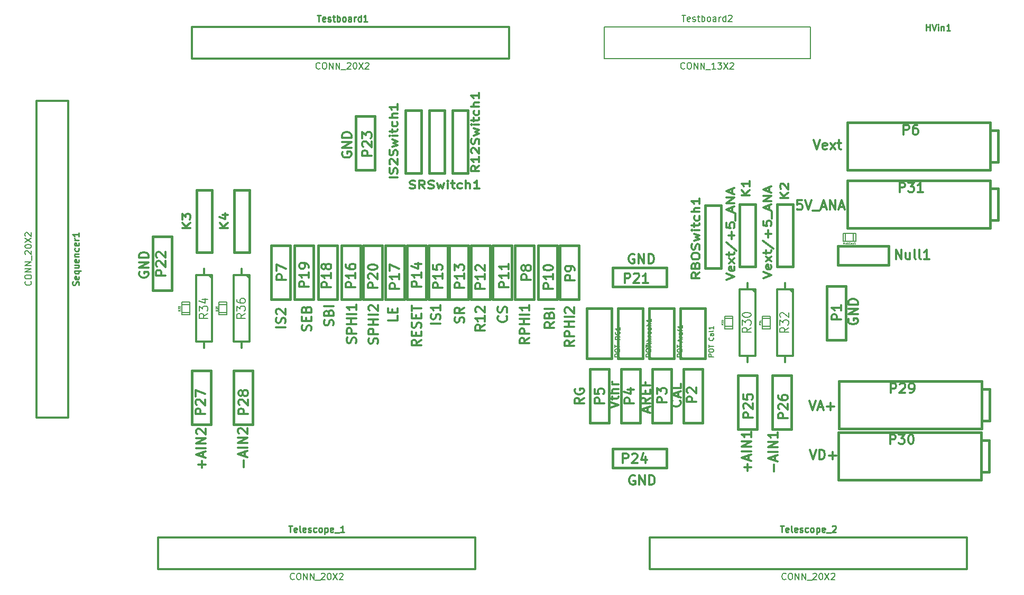
<source format=gto>
G04 (created by PCBNEW (2013-03-19 BZR 4004)-stable) date 17.12.2013 14:30:56*
%MOIN*%
G04 Gerber Fmt 3.4, Leading zero omitted, Abs format*
%FSLAX34Y34*%
G01*
G70*
G90*
G04 APERTURE LIST*
%ADD10C,2.3622e-006*%
%ADD11C,0.015*%
%ADD12C,0.012*%
%ADD13C,0.008*%
%ADD14C,0.005*%
%ADD15C,0.01*%
%ADD16C,0.0024*%
%ADD17C,0.0108*%
G04 APERTURE END LIST*
G54D10*
G54D11*
X84474Y-26879D02*
X81274Y-26879D01*
X81274Y-26879D02*
X81274Y-25679D01*
X81274Y-25679D02*
X84474Y-25679D01*
X84474Y-25679D02*
X84474Y-26879D01*
X54035Y-21063D02*
X54035Y-17125D01*
X54035Y-17125D02*
X55019Y-17125D01*
X55019Y-17125D02*
X55019Y-21063D01*
X55019Y-21063D02*
X54035Y-21063D01*
X72933Y-27067D02*
X72933Y-23129D01*
X72933Y-23129D02*
X73917Y-23129D01*
X73917Y-23129D02*
X73917Y-27067D01*
X73917Y-27067D02*
X72933Y-27067D01*
G54D12*
X60551Y-13834D02*
X40551Y-13834D01*
X60551Y-11834D02*
X40551Y-11834D01*
X60551Y-11834D02*
X60551Y-13834D01*
X40551Y-11834D02*
X40551Y-13834D01*
G54D13*
X66551Y-13834D02*
X79551Y-13834D01*
X79551Y-11834D02*
X66551Y-11834D01*
X66551Y-11834D02*
X66551Y-13834D01*
X79551Y-13834D02*
X79551Y-11834D01*
G54D14*
X81757Y-25368D02*
X81757Y-24868D01*
X82257Y-25368D02*
X82257Y-24878D01*
X82407Y-25368D02*
X81607Y-25368D01*
X81607Y-25368D02*
X81607Y-24868D01*
X81607Y-24868D02*
X82407Y-24868D01*
X82407Y-24868D02*
X82407Y-25368D01*
G54D11*
X67617Y-32775D02*
X67421Y-32775D01*
X67421Y-32775D02*
X67421Y-29625D01*
X67421Y-29625D02*
X67617Y-29625D01*
X68995Y-29625D02*
X68995Y-32775D01*
X68995Y-32775D02*
X67617Y-32775D01*
X67421Y-32775D02*
X67421Y-29625D01*
X67617Y-29625D02*
X68995Y-29625D01*
X65649Y-32775D02*
X65453Y-32775D01*
X65453Y-32775D02*
X65453Y-29625D01*
X65453Y-29625D02*
X65649Y-29625D01*
X67027Y-29625D02*
X67027Y-32775D01*
X67027Y-32775D02*
X65649Y-32775D01*
X65453Y-32775D02*
X65453Y-29625D01*
X65649Y-29625D02*
X67027Y-29625D01*
X69586Y-32775D02*
X69390Y-32775D01*
X69390Y-32775D02*
X69390Y-29625D01*
X69390Y-29625D02*
X69586Y-29625D01*
X70964Y-29625D02*
X70964Y-32775D01*
X70964Y-32775D02*
X69586Y-32775D01*
X69390Y-32775D02*
X69390Y-29625D01*
X69586Y-29625D02*
X70964Y-29625D01*
X71554Y-32775D02*
X71358Y-32775D01*
X71358Y-32775D02*
X71358Y-29625D01*
X71358Y-29625D02*
X71554Y-29625D01*
X72932Y-29625D02*
X72932Y-32775D01*
X72932Y-32775D02*
X71554Y-32775D01*
X71358Y-32775D02*
X71358Y-29625D01*
X71554Y-29625D02*
X72932Y-29625D01*
X69577Y-36837D02*
X69577Y-33437D01*
X69577Y-33437D02*
X70777Y-33437D01*
X70777Y-33437D02*
X70777Y-36837D01*
X70777Y-36837D02*
X69577Y-36837D01*
X81800Y-28221D02*
X81800Y-31621D01*
X81800Y-31621D02*
X80600Y-31621D01*
X80600Y-31621D02*
X80600Y-28221D01*
X80600Y-28221D02*
X81800Y-28221D01*
X71545Y-36837D02*
X71545Y-33437D01*
X71545Y-33437D02*
X72745Y-33437D01*
X72745Y-33437D02*
X72745Y-36837D01*
X72745Y-36837D02*
X71545Y-36837D01*
X65640Y-36837D02*
X65640Y-33437D01*
X65640Y-33437D02*
X66840Y-33437D01*
X66840Y-33437D02*
X66840Y-36837D01*
X66840Y-36837D02*
X65640Y-36837D01*
X67608Y-36837D02*
X67608Y-33437D01*
X67608Y-33437D02*
X68808Y-33437D01*
X68808Y-33437D02*
X68808Y-36837D01*
X68808Y-36837D02*
X67608Y-36837D01*
X76082Y-23031D02*
X76082Y-26969D01*
X76082Y-26969D02*
X75098Y-26969D01*
X75098Y-26969D02*
X75098Y-23031D01*
X75098Y-23031D02*
X76082Y-23031D01*
X55511Y-21063D02*
X55511Y-17125D01*
X55511Y-17125D02*
X56495Y-17125D01*
X56495Y-17125D02*
X56495Y-21063D01*
X56495Y-21063D02*
X55511Y-21063D01*
X78444Y-23031D02*
X78444Y-26969D01*
X78444Y-26969D02*
X77460Y-26969D01*
X77460Y-26969D02*
X77460Y-23031D01*
X77460Y-23031D02*
X78444Y-23031D01*
X41830Y-22145D02*
X41830Y-26083D01*
X41830Y-26083D02*
X40846Y-26083D01*
X40846Y-26083D02*
X40846Y-22145D01*
X40846Y-22145D02*
X41830Y-22145D01*
X44192Y-22145D02*
X44192Y-26083D01*
X44192Y-26083D02*
X43208Y-26083D01*
X43208Y-26083D02*
X43208Y-22145D01*
X43208Y-22145D02*
X44192Y-22145D01*
X56988Y-21063D02*
X56988Y-17125D01*
X56988Y-17125D02*
X57972Y-17125D01*
X57972Y-17125D02*
X57972Y-21063D01*
X57972Y-21063D02*
X56988Y-21063D01*
G54D12*
X75590Y-28011D02*
X75590Y-28411D01*
X75590Y-33011D02*
X75590Y-32611D01*
X76090Y-32611D02*
X75090Y-32611D01*
X75090Y-32611D02*
X75090Y-28411D01*
X75090Y-28411D02*
X76090Y-28411D01*
X76090Y-28411D02*
X76090Y-32611D01*
X75890Y-28411D02*
X76090Y-28611D01*
X77952Y-28011D02*
X77952Y-28411D01*
X77952Y-33011D02*
X77952Y-32611D01*
X78452Y-32611D02*
X77452Y-32611D01*
X77452Y-32611D02*
X77452Y-28411D01*
X77452Y-28411D02*
X78452Y-28411D01*
X78452Y-28411D02*
X78452Y-32611D01*
X78252Y-28411D02*
X78452Y-28611D01*
X41338Y-27125D02*
X41338Y-27525D01*
X41338Y-32125D02*
X41338Y-31725D01*
X41838Y-31725D02*
X40838Y-31725D01*
X40838Y-31725D02*
X40838Y-27525D01*
X40838Y-27525D02*
X41838Y-27525D01*
X41838Y-27525D02*
X41838Y-31725D01*
X41638Y-27525D02*
X41838Y-27725D01*
X43700Y-27125D02*
X43700Y-27525D01*
X43700Y-32125D02*
X43700Y-31725D01*
X44200Y-31725D02*
X43200Y-31725D01*
X43200Y-31725D02*
X43200Y-27525D01*
X43200Y-27525D02*
X44200Y-27525D01*
X44200Y-27525D02*
X44200Y-31725D01*
X44000Y-27525D02*
X44200Y-27725D01*
X89429Y-46078D02*
X69429Y-46078D01*
X89429Y-44078D02*
X69429Y-44078D01*
X89429Y-44078D02*
X89429Y-46078D01*
X69429Y-44078D02*
X69429Y-46078D01*
X30771Y-36496D02*
X30771Y-16496D01*
X32771Y-36496D02*
X32771Y-16496D01*
X32771Y-36496D02*
X30771Y-36496D01*
X32771Y-16496D02*
X30771Y-16496D01*
X58425Y-46078D02*
X38425Y-46078D01*
X58425Y-44078D02*
X38425Y-44078D01*
X58425Y-44078D02*
X58425Y-46078D01*
X38425Y-44078D02*
X38425Y-46078D01*
G54D14*
X39907Y-29375D02*
X40407Y-29375D01*
X39907Y-29875D02*
X40397Y-29875D01*
X39907Y-30025D02*
X39907Y-29225D01*
X39907Y-29225D02*
X40407Y-29225D01*
X40407Y-29225D02*
X40407Y-30025D01*
X40407Y-30025D02*
X39907Y-30025D01*
X76521Y-30261D02*
X77021Y-30261D01*
X76521Y-30761D02*
X77011Y-30761D01*
X76521Y-30911D02*
X76521Y-30111D01*
X76521Y-30111D02*
X77021Y-30111D01*
X77021Y-30111D02*
X77021Y-30911D01*
X77021Y-30911D02*
X76521Y-30911D01*
X74159Y-30261D02*
X74659Y-30261D01*
X74159Y-30761D02*
X74649Y-30761D01*
X74159Y-30911D02*
X74159Y-30111D01*
X74159Y-30111D02*
X74659Y-30111D01*
X74659Y-30111D02*
X74659Y-30911D01*
X74659Y-30911D02*
X74159Y-30911D01*
X42269Y-29375D02*
X42769Y-29375D01*
X42269Y-29875D02*
X42759Y-29875D01*
X42269Y-30025D02*
X42269Y-29225D01*
X42269Y-29225D02*
X42769Y-29225D01*
X42769Y-29225D02*
X42769Y-30025D01*
X42769Y-30025D02*
X42269Y-30025D01*
G54D11*
X90881Y-18389D02*
X91381Y-18389D01*
X91381Y-18389D02*
X91381Y-20389D01*
X91381Y-20389D02*
X90881Y-20389D01*
X81881Y-17889D02*
X81881Y-20889D01*
X81881Y-20889D02*
X90881Y-20889D01*
X90881Y-20889D02*
X90881Y-17889D01*
X90881Y-17889D02*
X81881Y-17889D01*
X49990Y-29062D02*
X49990Y-25662D01*
X49990Y-25662D02*
X51190Y-25662D01*
X51190Y-25662D02*
X51190Y-29062D01*
X51190Y-29062D02*
X49990Y-29062D01*
X48237Y-25662D02*
X48237Y-29062D01*
X48237Y-29062D02*
X47037Y-29062D01*
X47037Y-29062D02*
X47037Y-25662D01*
X47037Y-25662D02*
X48237Y-25662D01*
X53946Y-25662D02*
X53946Y-29062D01*
X53946Y-29062D02*
X52746Y-29062D01*
X52746Y-29062D02*
X52746Y-25662D01*
X52746Y-25662D02*
X53946Y-25662D01*
X59359Y-25662D02*
X59359Y-29062D01*
X59359Y-29062D02*
X58159Y-29062D01*
X58159Y-29062D02*
X58159Y-25662D01*
X58159Y-25662D02*
X59359Y-25662D01*
X56781Y-29062D02*
X56781Y-25662D01*
X56781Y-25662D02*
X57981Y-25662D01*
X57981Y-25662D02*
X57981Y-29062D01*
X57981Y-29062D02*
X56781Y-29062D01*
X56702Y-25662D02*
X56702Y-29062D01*
X56702Y-29062D02*
X55502Y-29062D01*
X55502Y-29062D02*
X55502Y-25662D01*
X55502Y-25662D02*
X56702Y-25662D01*
X54124Y-29062D02*
X54124Y-25662D01*
X54124Y-25662D02*
X55324Y-25662D01*
X55324Y-25662D02*
X55324Y-29062D01*
X55324Y-29062D02*
X54124Y-29062D01*
X46761Y-25662D02*
X46761Y-29062D01*
X46761Y-29062D02*
X45561Y-29062D01*
X45561Y-29062D02*
X45561Y-25662D01*
X45561Y-25662D02*
X46761Y-25662D01*
X62115Y-25662D02*
X62115Y-29062D01*
X62115Y-29062D02*
X60915Y-29062D01*
X60915Y-29062D02*
X60915Y-25662D01*
X60915Y-25662D02*
X62115Y-25662D01*
X63770Y-29062D02*
X63770Y-25662D01*
X63770Y-25662D02*
X64970Y-25662D01*
X64970Y-25662D02*
X64970Y-29062D01*
X64970Y-29062D02*
X63770Y-29062D01*
X62392Y-29062D02*
X62392Y-25662D01*
X62392Y-25662D02*
X63592Y-25662D01*
X63592Y-25662D02*
X63592Y-29062D01*
X63592Y-29062D02*
X62392Y-29062D01*
X60737Y-25662D02*
X60737Y-29062D01*
X60737Y-29062D02*
X59537Y-29062D01*
X59537Y-29062D02*
X59537Y-25662D01*
X59537Y-25662D02*
X60737Y-25662D01*
X51368Y-29062D02*
X51368Y-25662D01*
X51368Y-25662D02*
X52568Y-25662D01*
X52568Y-25662D02*
X52568Y-29062D01*
X52568Y-29062D02*
X51368Y-29062D01*
X48514Y-29062D02*
X48514Y-25662D01*
X48514Y-25662D02*
X49714Y-25662D01*
X49714Y-25662D02*
X49714Y-29062D01*
X49714Y-29062D02*
X48514Y-29062D01*
X70499Y-28257D02*
X67099Y-28257D01*
X67099Y-28257D02*
X67099Y-27057D01*
X67099Y-27057D02*
X70499Y-27057D01*
X70499Y-27057D02*
X70499Y-28257D01*
X38081Y-28471D02*
X38081Y-25071D01*
X38081Y-25071D02*
X39281Y-25071D01*
X39281Y-25071D02*
X39281Y-28471D01*
X39281Y-28471D02*
X38081Y-28471D01*
X50876Y-20892D02*
X50876Y-17492D01*
X50876Y-17492D02*
X52076Y-17492D01*
X52076Y-17492D02*
X52076Y-20892D01*
X52076Y-20892D02*
X50876Y-20892D01*
X67099Y-38474D02*
X70499Y-38474D01*
X70499Y-38474D02*
X70499Y-39674D01*
X70499Y-39674D02*
X67099Y-39674D01*
X67099Y-39674D02*
X67099Y-38474D01*
X74990Y-37231D02*
X74990Y-33831D01*
X74990Y-33831D02*
X76190Y-33831D01*
X76190Y-33831D02*
X76190Y-37231D01*
X76190Y-37231D02*
X74990Y-37231D01*
X77155Y-37231D02*
X77155Y-33831D01*
X77155Y-33831D02*
X78355Y-33831D01*
X78355Y-33831D02*
X78355Y-37231D01*
X78355Y-37231D02*
X77155Y-37231D01*
X40541Y-36936D02*
X40541Y-33536D01*
X40541Y-33536D02*
X41741Y-33536D01*
X41741Y-33536D02*
X41741Y-36936D01*
X41741Y-36936D02*
X40541Y-36936D01*
X43199Y-36936D02*
X43199Y-33536D01*
X43199Y-33536D02*
X44399Y-33536D01*
X44399Y-33536D02*
X44399Y-36936D01*
X44399Y-36936D02*
X43199Y-36936D01*
X90350Y-34708D02*
X90850Y-34708D01*
X90850Y-34708D02*
X90850Y-36708D01*
X90850Y-36708D02*
X90350Y-36708D01*
X81350Y-34208D02*
X81350Y-37208D01*
X81350Y-37208D02*
X90350Y-37208D01*
X90350Y-37208D02*
X90350Y-34208D01*
X90350Y-34208D02*
X81350Y-34208D01*
X90311Y-37937D02*
X90811Y-37937D01*
X90811Y-37937D02*
X90811Y-39937D01*
X90811Y-39937D02*
X90311Y-39937D01*
X81311Y-37437D02*
X81311Y-40437D01*
X81311Y-40437D02*
X90311Y-40437D01*
X90311Y-40437D02*
X90311Y-37437D01*
X90311Y-37437D02*
X81311Y-37437D01*
X90901Y-22031D02*
X91401Y-22031D01*
X91401Y-22031D02*
X91401Y-24031D01*
X91401Y-24031D02*
X90901Y-24031D01*
X81901Y-21531D02*
X81901Y-24531D01*
X81901Y-24531D02*
X90901Y-24531D01*
X90901Y-24531D02*
X90901Y-21531D01*
X90901Y-21531D02*
X81901Y-21531D01*
G54D12*
X84941Y-26502D02*
X84941Y-25902D01*
X85284Y-26502D01*
X85284Y-25902D01*
X85827Y-26102D02*
X85827Y-26502D01*
X85569Y-26102D02*
X85569Y-26416D01*
X85598Y-26474D01*
X85655Y-26502D01*
X85741Y-26502D01*
X85798Y-26474D01*
X85827Y-26445D01*
X86198Y-26502D02*
X86141Y-26474D01*
X86112Y-26416D01*
X86112Y-25902D01*
X86512Y-26502D02*
X86455Y-26474D01*
X86427Y-26416D01*
X86427Y-25902D01*
X87055Y-26502D02*
X86712Y-26502D01*
X86884Y-26502D02*
X86884Y-25902D01*
X86827Y-25988D01*
X86769Y-26045D01*
X86712Y-26074D01*
X53509Y-21355D02*
X53009Y-21355D01*
X53485Y-21097D02*
X53509Y-21012D01*
X53509Y-20869D01*
X53485Y-20812D01*
X53461Y-20783D01*
X53414Y-20755D01*
X53366Y-20755D01*
X53318Y-20783D01*
X53295Y-20812D01*
X53271Y-20869D01*
X53247Y-20983D01*
X53223Y-21040D01*
X53199Y-21069D01*
X53152Y-21097D01*
X53104Y-21097D01*
X53057Y-21069D01*
X53033Y-21040D01*
X53009Y-20983D01*
X53009Y-20840D01*
X53033Y-20755D01*
X53057Y-20526D02*
X53033Y-20497D01*
X53009Y-20440D01*
X53009Y-20297D01*
X53033Y-20240D01*
X53057Y-20212D01*
X53104Y-20183D01*
X53152Y-20183D01*
X53223Y-20212D01*
X53509Y-20555D01*
X53509Y-20183D01*
X53485Y-19955D02*
X53509Y-19869D01*
X53509Y-19726D01*
X53485Y-19669D01*
X53461Y-19640D01*
X53414Y-19612D01*
X53366Y-19612D01*
X53318Y-19640D01*
X53295Y-19669D01*
X53271Y-19726D01*
X53247Y-19840D01*
X53223Y-19897D01*
X53199Y-19926D01*
X53152Y-19955D01*
X53104Y-19955D01*
X53057Y-19926D01*
X53033Y-19897D01*
X53009Y-19840D01*
X53009Y-19697D01*
X53033Y-19612D01*
X53176Y-19412D02*
X53509Y-19297D01*
X53271Y-19183D01*
X53509Y-19069D01*
X53176Y-18955D01*
X53509Y-18726D02*
X53176Y-18726D01*
X53009Y-18726D02*
X53033Y-18755D01*
X53057Y-18726D01*
X53033Y-18697D01*
X53009Y-18726D01*
X53057Y-18726D01*
X53176Y-18526D02*
X53176Y-18297D01*
X53009Y-18440D02*
X53438Y-18440D01*
X53485Y-18412D01*
X53509Y-18355D01*
X53509Y-18297D01*
X53485Y-17840D02*
X53509Y-17897D01*
X53509Y-18012D01*
X53485Y-18069D01*
X53461Y-18097D01*
X53414Y-18126D01*
X53271Y-18126D01*
X53223Y-18097D01*
X53199Y-18069D01*
X53176Y-18012D01*
X53176Y-17897D01*
X53199Y-17840D01*
X53509Y-17583D02*
X53009Y-17583D01*
X53509Y-17326D02*
X53247Y-17326D01*
X53199Y-17355D01*
X53176Y-17412D01*
X53176Y-17497D01*
X53199Y-17555D01*
X53223Y-17583D01*
X53509Y-16726D02*
X53509Y-17069D01*
X53509Y-16897D02*
X53009Y-16897D01*
X53080Y-16955D01*
X53128Y-17012D01*
X53152Y-17069D01*
X72564Y-27353D02*
X72326Y-27553D01*
X72564Y-27696D02*
X72064Y-27696D01*
X72064Y-27468D01*
X72088Y-27411D01*
X72112Y-27382D01*
X72159Y-27353D01*
X72231Y-27353D01*
X72278Y-27382D01*
X72302Y-27411D01*
X72326Y-27468D01*
X72326Y-27696D01*
X72302Y-26896D02*
X72326Y-26811D01*
X72350Y-26782D01*
X72397Y-26753D01*
X72469Y-26753D01*
X72516Y-26782D01*
X72540Y-26811D01*
X72564Y-26868D01*
X72564Y-27096D01*
X72064Y-27096D01*
X72064Y-26896D01*
X72088Y-26839D01*
X72112Y-26811D01*
X72159Y-26782D01*
X72207Y-26782D01*
X72255Y-26811D01*
X72278Y-26839D01*
X72302Y-26896D01*
X72302Y-27096D01*
X72064Y-26382D02*
X72064Y-26268D01*
X72088Y-26211D01*
X72136Y-26153D01*
X72231Y-26125D01*
X72397Y-26125D01*
X72493Y-26153D01*
X72540Y-26211D01*
X72564Y-26268D01*
X72564Y-26382D01*
X72540Y-26439D01*
X72493Y-26496D01*
X72397Y-26525D01*
X72231Y-26525D01*
X72136Y-26496D01*
X72088Y-26439D01*
X72064Y-26382D01*
X72540Y-25896D02*
X72564Y-25811D01*
X72564Y-25668D01*
X72540Y-25611D01*
X72516Y-25582D01*
X72469Y-25553D01*
X72421Y-25553D01*
X72374Y-25582D01*
X72350Y-25611D01*
X72326Y-25668D01*
X72302Y-25782D01*
X72278Y-25839D01*
X72255Y-25868D01*
X72207Y-25896D01*
X72159Y-25896D01*
X72112Y-25868D01*
X72088Y-25839D01*
X72064Y-25782D01*
X72064Y-25639D01*
X72088Y-25553D01*
X72231Y-25353D02*
X72564Y-25239D01*
X72326Y-25125D01*
X72564Y-25011D01*
X72231Y-24896D01*
X72564Y-24668D02*
X72231Y-24668D01*
X72064Y-24668D02*
X72088Y-24696D01*
X72112Y-24668D01*
X72088Y-24639D01*
X72064Y-24668D01*
X72112Y-24668D01*
X72231Y-24468D02*
X72231Y-24239D01*
X72064Y-24382D02*
X72493Y-24382D01*
X72540Y-24353D01*
X72564Y-24296D01*
X72564Y-24239D01*
X72540Y-23782D02*
X72564Y-23839D01*
X72564Y-23953D01*
X72540Y-24011D01*
X72516Y-24039D01*
X72469Y-24068D01*
X72326Y-24068D01*
X72278Y-24039D01*
X72255Y-24011D01*
X72231Y-23953D01*
X72231Y-23839D01*
X72255Y-23782D01*
X72564Y-23525D02*
X72064Y-23525D01*
X72564Y-23268D02*
X72302Y-23268D01*
X72255Y-23296D01*
X72231Y-23353D01*
X72231Y-23439D01*
X72255Y-23496D01*
X72278Y-23525D01*
X72564Y-22668D02*
X72564Y-23011D01*
X72564Y-22839D02*
X72064Y-22839D01*
X72136Y-22896D01*
X72183Y-22953D01*
X72207Y-23011D01*
G54D15*
X48451Y-11096D02*
X48679Y-11096D01*
X48565Y-11496D02*
X48565Y-11096D01*
X48965Y-11477D02*
X48927Y-11496D01*
X48851Y-11496D01*
X48813Y-11477D01*
X48794Y-11439D01*
X48794Y-11287D01*
X48813Y-11248D01*
X48851Y-11229D01*
X48927Y-11229D01*
X48965Y-11248D01*
X48984Y-11287D01*
X48984Y-11325D01*
X48794Y-11363D01*
X49136Y-11477D02*
X49174Y-11496D01*
X49251Y-11496D01*
X49289Y-11477D01*
X49308Y-11439D01*
X49308Y-11420D01*
X49289Y-11382D01*
X49251Y-11363D01*
X49194Y-11363D01*
X49155Y-11344D01*
X49136Y-11306D01*
X49136Y-11287D01*
X49155Y-11248D01*
X49194Y-11229D01*
X49251Y-11229D01*
X49289Y-11248D01*
X49422Y-11229D02*
X49574Y-11229D01*
X49479Y-11096D02*
X49479Y-11439D01*
X49498Y-11477D01*
X49536Y-11496D01*
X49574Y-11496D01*
X49708Y-11496D02*
X49708Y-11096D01*
X49708Y-11248D02*
X49746Y-11229D01*
X49822Y-11229D01*
X49860Y-11248D01*
X49879Y-11267D01*
X49898Y-11306D01*
X49898Y-11420D01*
X49879Y-11458D01*
X49860Y-11477D01*
X49822Y-11496D01*
X49746Y-11496D01*
X49708Y-11477D01*
X50127Y-11496D02*
X50089Y-11477D01*
X50070Y-11458D01*
X50051Y-11420D01*
X50051Y-11306D01*
X50070Y-11267D01*
X50089Y-11248D01*
X50127Y-11229D01*
X50184Y-11229D01*
X50222Y-11248D01*
X50241Y-11267D01*
X50260Y-11306D01*
X50260Y-11420D01*
X50241Y-11458D01*
X50222Y-11477D01*
X50184Y-11496D01*
X50127Y-11496D01*
X50603Y-11496D02*
X50603Y-11287D01*
X50584Y-11248D01*
X50546Y-11229D01*
X50470Y-11229D01*
X50432Y-11248D01*
X50603Y-11477D02*
X50565Y-11496D01*
X50470Y-11496D01*
X50432Y-11477D01*
X50413Y-11439D01*
X50413Y-11401D01*
X50432Y-11363D01*
X50470Y-11344D01*
X50565Y-11344D01*
X50603Y-11325D01*
X50794Y-11496D02*
X50794Y-11229D01*
X50794Y-11306D02*
X50813Y-11267D01*
X50832Y-11248D01*
X50870Y-11229D01*
X50908Y-11229D01*
X51213Y-11496D02*
X51213Y-11096D01*
X51213Y-11477D02*
X51174Y-11496D01*
X51098Y-11496D01*
X51060Y-11477D01*
X51041Y-11458D01*
X51022Y-11420D01*
X51022Y-11306D01*
X51041Y-11267D01*
X51060Y-11248D01*
X51098Y-11229D01*
X51174Y-11229D01*
X51213Y-11248D01*
X51613Y-11496D02*
X51384Y-11496D01*
X51498Y-11496D02*
X51498Y-11096D01*
X51460Y-11153D01*
X51422Y-11191D01*
X51384Y-11210D01*
G54D13*
X48632Y-14458D02*
X48613Y-14477D01*
X48555Y-14496D01*
X48517Y-14496D01*
X48460Y-14477D01*
X48422Y-14439D01*
X48403Y-14401D01*
X48384Y-14325D01*
X48384Y-14267D01*
X48403Y-14191D01*
X48422Y-14153D01*
X48460Y-14115D01*
X48517Y-14096D01*
X48555Y-14096D01*
X48613Y-14115D01*
X48632Y-14134D01*
X48879Y-14096D02*
X48955Y-14096D01*
X48994Y-14115D01*
X49032Y-14153D01*
X49051Y-14229D01*
X49051Y-14363D01*
X49032Y-14439D01*
X48994Y-14477D01*
X48955Y-14496D01*
X48879Y-14496D01*
X48841Y-14477D01*
X48803Y-14439D01*
X48784Y-14363D01*
X48784Y-14229D01*
X48803Y-14153D01*
X48841Y-14115D01*
X48879Y-14096D01*
X49222Y-14496D02*
X49222Y-14096D01*
X49451Y-14496D01*
X49451Y-14096D01*
X49641Y-14496D02*
X49641Y-14096D01*
X49870Y-14496D01*
X49870Y-14096D01*
X49965Y-14534D02*
X50270Y-14534D01*
X50346Y-14134D02*
X50365Y-14115D01*
X50403Y-14096D01*
X50498Y-14096D01*
X50536Y-14115D01*
X50555Y-14134D01*
X50574Y-14172D01*
X50574Y-14210D01*
X50555Y-14267D01*
X50327Y-14496D01*
X50574Y-14496D01*
X50822Y-14096D02*
X50860Y-14096D01*
X50898Y-14115D01*
X50917Y-14134D01*
X50936Y-14172D01*
X50955Y-14248D01*
X50955Y-14344D01*
X50936Y-14420D01*
X50917Y-14458D01*
X50898Y-14477D01*
X50860Y-14496D01*
X50822Y-14496D01*
X50784Y-14477D01*
X50765Y-14458D01*
X50746Y-14420D01*
X50727Y-14344D01*
X50727Y-14248D01*
X50746Y-14172D01*
X50765Y-14134D01*
X50784Y-14115D01*
X50822Y-14096D01*
X51089Y-14096D02*
X51355Y-14496D01*
X51355Y-14096D02*
X51089Y-14496D01*
X51489Y-14134D02*
X51508Y-14115D01*
X51546Y-14096D01*
X51641Y-14096D01*
X51679Y-14115D01*
X51698Y-14134D01*
X51717Y-14172D01*
X51717Y-14210D01*
X51698Y-14267D01*
X51470Y-14496D01*
X51717Y-14496D01*
X71451Y-11096D02*
X71679Y-11096D01*
X71565Y-11496D02*
X71565Y-11096D01*
X71965Y-11477D02*
X71927Y-11496D01*
X71851Y-11496D01*
X71813Y-11477D01*
X71794Y-11439D01*
X71794Y-11287D01*
X71813Y-11248D01*
X71851Y-11229D01*
X71927Y-11229D01*
X71965Y-11248D01*
X71984Y-11287D01*
X71984Y-11325D01*
X71794Y-11363D01*
X72136Y-11477D02*
X72174Y-11496D01*
X72251Y-11496D01*
X72289Y-11477D01*
X72308Y-11439D01*
X72308Y-11420D01*
X72289Y-11382D01*
X72251Y-11363D01*
X72194Y-11363D01*
X72155Y-11344D01*
X72136Y-11306D01*
X72136Y-11287D01*
X72155Y-11248D01*
X72194Y-11229D01*
X72251Y-11229D01*
X72289Y-11248D01*
X72422Y-11229D02*
X72574Y-11229D01*
X72479Y-11096D02*
X72479Y-11439D01*
X72498Y-11477D01*
X72536Y-11496D01*
X72574Y-11496D01*
X72708Y-11496D02*
X72708Y-11096D01*
X72708Y-11248D02*
X72746Y-11229D01*
X72822Y-11229D01*
X72860Y-11248D01*
X72879Y-11267D01*
X72898Y-11306D01*
X72898Y-11420D01*
X72879Y-11458D01*
X72860Y-11477D01*
X72822Y-11496D01*
X72746Y-11496D01*
X72708Y-11477D01*
X73127Y-11496D02*
X73089Y-11477D01*
X73070Y-11458D01*
X73051Y-11420D01*
X73051Y-11306D01*
X73070Y-11267D01*
X73089Y-11248D01*
X73127Y-11229D01*
X73184Y-11229D01*
X73222Y-11248D01*
X73241Y-11267D01*
X73260Y-11306D01*
X73260Y-11420D01*
X73241Y-11458D01*
X73222Y-11477D01*
X73184Y-11496D01*
X73127Y-11496D01*
X73603Y-11496D02*
X73603Y-11287D01*
X73584Y-11248D01*
X73546Y-11229D01*
X73470Y-11229D01*
X73432Y-11248D01*
X73603Y-11477D02*
X73565Y-11496D01*
X73470Y-11496D01*
X73432Y-11477D01*
X73413Y-11439D01*
X73413Y-11401D01*
X73432Y-11363D01*
X73470Y-11344D01*
X73565Y-11344D01*
X73603Y-11325D01*
X73794Y-11496D02*
X73794Y-11229D01*
X73794Y-11306D02*
X73813Y-11267D01*
X73832Y-11248D01*
X73870Y-11229D01*
X73908Y-11229D01*
X74213Y-11496D02*
X74213Y-11096D01*
X74213Y-11477D02*
X74174Y-11496D01*
X74098Y-11496D01*
X74060Y-11477D01*
X74041Y-11458D01*
X74022Y-11420D01*
X74022Y-11306D01*
X74041Y-11267D01*
X74060Y-11248D01*
X74098Y-11229D01*
X74174Y-11229D01*
X74213Y-11248D01*
X74384Y-11134D02*
X74403Y-11115D01*
X74441Y-11096D01*
X74536Y-11096D01*
X74574Y-11115D01*
X74594Y-11134D01*
X74613Y-11172D01*
X74613Y-11210D01*
X74594Y-11267D01*
X74365Y-11496D01*
X74613Y-11496D01*
X71632Y-14458D02*
X71613Y-14477D01*
X71555Y-14496D01*
X71517Y-14496D01*
X71460Y-14477D01*
X71422Y-14439D01*
X71403Y-14401D01*
X71384Y-14325D01*
X71384Y-14267D01*
X71403Y-14191D01*
X71422Y-14153D01*
X71460Y-14115D01*
X71517Y-14096D01*
X71555Y-14096D01*
X71613Y-14115D01*
X71632Y-14134D01*
X71879Y-14096D02*
X71955Y-14096D01*
X71994Y-14115D01*
X72032Y-14153D01*
X72051Y-14229D01*
X72051Y-14363D01*
X72032Y-14439D01*
X71994Y-14477D01*
X71955Y-14496D01*
X71879Y-14496D01*
X71841Y-14477D01*
X71803Y-14439D01*
X71784Y-14363D01*
X71784Y-14229D01*
X71803Y-14153D01*
X71841Y-14115D01*
X71879Y-14096D01*
X72222Y-14496D02*
X72222Y-14096D01*
X72451Y-14496D01*
X72451Y-14096D01*
X72641Y-14496D02*
X72641Y-14096D01*
X72870Y-14496D01*
X72870Y-14096D01*
X72965Y-14534D02*
X73270Y-14534D01*
X73574Y-14496D02*
X73346Y-14496D01*
X73460Y-14496D02*
X73460Y-14096D01*
X73422Y-14153D01*
X73384Y-14191D01*
X73346Y-14210D01*
X73708Y-14096D02*
X73955Y-14096D01*
X73822Y-14248D01*
X73879Y-14248D01*
X73917Y-14267D01*
X73936Y-14287D01*
X73955Y-14325D01*
X73955Y-14420D01*
X73936Y-14458D01*
X73917Y-14477D01*
X73879Y-14496D01*
X73765Y-14496D01*
X73727Y-14477D01*
X73708Y-14458D01*
X74089Y-14096D02*
X74355Y-14496D01*
X74355Y-14096D02*
X74089Y-14496D01*
X74489Y-14134D02*
X74508Y-14115D01*
X74546Y-14096D01*
X74641Y-14096D01*
X74679Y-14115D01*
X74698Y-14134D01*
X74717Y-14172D01*
X74717Y-14210D01*
X74698Y-14267D01*
X74470Y-14496D01*
X74717Y-14496D01*
G54D15*
X86846Y-12070D02*
X86846Y-11670D01*
X86846Y-11861D02*
X87074Y-11861D01*
X87074Y-12070D02*
X87074Y-11670D01*
X87207Y-11670D02*
X87341Y-12070D01*
X87474Y-11670D01*
X87607Y-12070D02*
X87607Y-11804D01*
X87607Y-11670D02*
X87588Y-11689D01*
X87607Y-11708D01*
X87626Y-11689D01*
X87607Y-11670D01*
X87607Y-11708D01*
X87798Y-11804D02*
X87798Y-12070D01*
X87798Y-11842D02*
X87817Y-11823D01*
X87855Y-11804D01*
X87912Y-11804D01*
X87950Y-11823D01*
X87969Y-11861D01*
X87969Y-12070D01*
X88369Y-12070D02*
X88141Y-12070D01*
X88255Y-12070D02*
X88255Y-11670D01*
X88217Y-11728D01*
X88179Y-11766D01*
X88141Y-11785D01*
G54D16*
X81637Y-25555D02*
X81637Y-25437D01*
X81704Y-25555D01*
X81704Y-25437D01*
X81811Y-25477D02*
X81811Y-25555D01*
X81760Y-25477D02*
X81760Y-25539D01*
X81766Y-25550D01*
X81777Y-25555D01*
X81794Y-25555D01*
X81805Y-25550D01*
X81811Y-25544D01*
X81884Y-25555D02*
X81873Y-25550D01*
X81867Y-25539D01*
X81867Y-25437D01*
X81946Y-25555D02*
X81934Y-25550D01*
X81929Y-25539D01*
X81929Y-25437D01*
X82058Y-25544D02*
X82052Y-25550D01*
X82035Y-25555D01*
X82024Y-25555D01*
X82007Y-25550D01*
X81996Y-25539D01*
X81991Y-25527D01*
X81985Y-25505D01*
X81985Y-25488D01*
X81991Y-25465D01*
X81996Y-25454D01*
X82007Y-25443D01*
X82024Y-25437D01*
X82035Y-25437D01*
X82052Y-25443D01*
X82058Y-25449D01*
X82159Y-25555D02*
X82159Y-25494D01*
X82153Y-25482D01*
X82142Y-25477D01*
X82120Y-25477D01*
X82109Y-25482D01*
X82159Y-25550D02*
X82148Y-25555D01*
X82120Y-25555D01*
X82109Y-25550D01*
X82103Y-25539D01*
X82103Y-25527D01*
X82109Y-25516D01*
X82120Y-25510D01*
X82148Y-25510D01*
X82159Y-25505D01*
X82215Y-25477D02*
X82215Y-25595D01*
X82215Y-25482D02*
X82227Y-25477D01*
X82249Y-25477D01*
X82260Y-25482D01*
X82266Y-25488D01*
X82271Y-25499D01*
X82271Y-25533D01*
X82266Y-25544D01*
X82260Y-25550D01*
X82249Y-25555D01*
X82227Y-25555D01*
X82215Y-25550D01*
X82384Y-25555D02*
X82316Y-25555D01*
X82350Y-25555D02*
X82350Y-25437D01*
X82339Y-25454D01*
X82328Y-25465D01*
X82316Y-25471D01*
G54D14*
X69211Y-32143D02*
X69511Y-32043D01*
X69211Y-31943D01*
X69311Y-31886D02*
X69311Y-31772D01*
X69211Y-31843D02*
X69468Y-31843D01*
X69496Y-31829D01*
X69511Y-31800D01*
X69511Y-31772D01*
X69511Y-31672D02*
X69211Y-31672D01*
X69511Y-31543D02*
X69353Y-31543D01*
X69325Y-31557D01*
X69311Y-31586D01*
X69311Y-31629D01*
X69325Y-31657D01*
X69339Y-31672D01*
X69511Y-31400D02*
X69311Y-31400D01*
X69368Y-31400D02*
X69339Y-31386D01*
X69325Y-31372D01*
X69311Y-31343D01*
X69311Y-31315D01*
X69496Y-31100D02*
X69511Y-31129D01*
X69511Y-31186D01*
X69496Y-31215D01*
X69468Y-31229D01*
X69353Y-31229D01*
X69325Y-31215D01*
X69311Y-31186D01*
X69311Y-31129D01*
X69325Y-31100D01*
X69353Y-31086D01*
X69382Y-31086D01*
X69411Y-31229D01*
X69496Y-30972D02*
X69511Y-30943D01*
X69511Y-30886D01*
X69496Y-30857D01*
X69468Y-30843D01*
X69453Y-30843D01*
X69425Y-30857D01*
X69411Y-30886D01*
X69411Y-30929D01*
X69396Y-30957D01*
X69368Y-30972D01*
X69353Y-30972D01*
X69325Y-30957D01*
X69311Y-30929D01*
X69311Y-30886D01*
X69325Y-30857D01*
X69511Y-30715D02*
X69211Y-30715D01*
X69511Y-30586D02*
X69353Y-30586D01*
X69325Y-30600D01*
X69311Y-30629D01*
X69311Y-30672D01*
X69325Y-30700D01*
X69339Y-30715D01*
X69511Y-30286D02*
X69511Y-30457D01*
X69511Y-30372D02*
X69211Y-30372D01*
X69253Y-30400D01*
X69282Y-30429D01*
X69296Y-30457D01*
X69503Y-32664D02*
X69203Y-32664D01*
X69203Y-32550D01*
X69217Y-32521D01*
X69231Y-32507D01*
X69260Y-32493D01*
X69303Y-32493D01*
X69331Y-32507D01*
X69345Y-32521D01*
X69360Y-32550D01*
X69360Y-32664D01*
X69203Y-32307D02*
X69203Y-32250D01*
X69217Y-32221D01*
X69245Y-32193D01*
X69303Y-32179D01*
X69403Y-32179D01*
X69460Y-32193D01*
X69488Y-32221D01*
X69503Y-32250D01*
X69503Y-32307D01*
X69488Y-32336D01*
X69460Y-32364D01*
X69403Y-32379D01*
X69303Y-32379D01*
X69245Y-32364D01*
X69217Y-32336D01*
X69203Y-32307D01*
X69203Y-32093D02*
X69203Y-31921D01*
X69503Y-32007D02*
X69203Y-32007D01*
X67542Y-31400D02*
X67399Y-31500D01*
X67542Y-31572D02*
X67242Y-31572D01*
X67242Y-31457D01*
X67256Y-31429D01*
X67271Y-31415D01*
X67299Y-31400D01*
X67342Y-31400D01*
X67371Y-31415D01*
X67385Y-31429D01*
X67399Y-31457D01*
X67399Y-31572D01*
X67256Y-31115D02*
X67242Y-31143D01*
X67242Y-31186D01*
X67256Y-31229D01*
X67285Y-31257D01*
X67314Y-31272D01*
X67371Y-31286D01*
X67414Y-31286D01*
X67471Y-31272D01*
X67499Y-31257D01*
X67528Y-31229D01*
X67542Y-31186D01*
X67542Y-31157D01*
X67528Y-31115D01*
X67514Y-31100D01*
X67414Y-31100D01*
X67414Y-31157D01*
X67542Y-30815D02*
X67542Y-30986D01*
X67542Y-30900D02*
X67242Y-30900D01*
X67285Y-30929D01*
X67314Y-30957D01*
X67328Y-30986D01*
X67534Y-32664D02*
X67234Y-32664D01*
X67234Y-32550D01*
X67248Y-32521D01*
X67263Y-32507D01*
X67291Y-32493D01*
X67334Y-32493D01*
X67363Y-32507D01*
X67377Y-32521D01*
X67391Y-32550D01*
X67391Y-32664D01*
X67234Y-32307D02*
X67234Y-32250D01*
X67248Y-32221D01*
X67277Y-32193D01*
X67334Y-32179D01*
X67434Y-32179D01*
X67491Y-32193D01*
X67520Y-32221D01*
X67534Y-32250D01*
X67534Y-32307D01*
X67520Y-32336D01*
X67491Y-32364D01*
X67434Y-32379D01*
X67334Y-32379D01*
X67277Y-32364D01*
X67248Y-32336D01*
X67234Y-32307D01*
X67234Y-32093D02*
X67234Y-31921D01*
X67534Y-32007D02*
X67234Y-32007D01*
X71393Y-31722D02*
X71393Y-31579D01*
X71479Y-31750D02*
X71179Y-31650D01*
X71479Y-31550D01*
X71479Y-31450D02*
X71279Y-31450D01*
X71336Y-31450D02*
X71308Y-31436D01*
X71293Y-31422D01*
X71279Y-31393D01*
X71279Y-31365D01*
X71465Y-31150D02*
X71479Y-31179D01*
X71479Y-31236D01*
X71465Y-31265D01*
X71436Y-31279D01*
X71322Y-31279D01*
X71293Y-31265D01*
X71279Y-31236D01*
X71279Y-31179D01*
X71293Y-31150D01*
X71322Y-31136D01*
X71351Y-31136D01*
X71379Y-31279D01*
X71279Y-31050D02*
X71279Y-30936D01*
X71479Y-31007D02*
X71222Y-31007D01*
X71193Y-30993D01*
X71179Y-30965D01*
X71179Y-30936D01*
X71479Y-30679D02*
X71479Y-30850D01*
X71479Y-30765D02*
X71179Y-30765D01*
X71222Y-30793D01*
X71251Y-30822D01*
X71265Y-30850D01*
X71471Y-32664D02*
X71171Y-32664D01*
X71171Y-32550D01*
X71185Y-32521D01*
X71200Y-32507D01*
X71228Y-32493D01*
X71271Y-32493D01*
X71300Y-32507D01*
X71314Y-32521D01*
X71328Y-32550D01*
X71328Y-32664D01*
X71171Y-32307D02*
X71171Y-32250D01*
X71185Y-32221D01*
X71214Y-32193D01*
X71271Y-32179D01*
X71371Y-32179D01*
X71428Y-32193D01*
X71457Y-32221D01*
X71471Y-32250D01*
X71471Y-32307D01*
X71457Y-32336D01*
X71428Y-32364D01*
X71371Y-32379D01*
X71271Y-32379D01*
X71214Y-32364D01*
X71185Y-32336D01*
X71171Y-32307D01*
X71171Y-32093D02*
X71171Y-31921D01*
X71471Y-32007D02*
X71171Y-32007D01*
X73419Y-31465D02*
X73433Y-31479D01*
X73448Y-31522D01*
X73448Y-31550D01*
X73433Y-31593D01*
X73405Y-31622D01*
X73376Y-31636D01*
X73319Y-31650D01*
X73276Y-31650D01*
X73219Y-31636D01*
X73190Y-31622D01*
X73162Y-31593D01*
X73148Y-31550D01*
X73148Y-31522D01*
X73162Y-31479D01*
X73176Y-31465D01*
X73448Y-31207D02*
X73290Y-31207D01*
X73262Y-31222D01*
X73248Y-31250D01*
X73248Y-31307D01*
X73262Y-31336D01*
X73433Y-31207D02*
X73448Y-31236D01*
X73448Y-31307D01*
X73433Y-31336D01*
X73405Y-31350D01*
X73376Y-31350D01*
X73348Y-31336D01*
X73333Y-31307D01*
X73333Y-31236D01*
X73319Y-31207D01*
X73448Y-31022D02*
X73433Y-31050D01*
X73405Y-31065D01*
X73148Y-31065D01*
X73448Y-30750D02*
X73448Y-30922D01*
X73448Y-30836D02*
X73148Y-30836D01*
X73190Y-30865D01*
X73219Y-30893D01*
X73233Y-30922D01*
X73440Y-32664D02*
X73140Y-32664D01*
X73140Y-32550D01*
X73154Y-32521D01*
X73168Y-32507D01*
X73197Y-32493D01*
X73240Y-32493D01*
X73268Y-32507D01*
X73282Y-32521D01*
X73297Y-32550D01*
X73297Y-32664D01*
X73140Y-32307D02*
X73140Y-32250D01*
X73154Y-32221D01*
X73182Y-32193D01*
X73240Y-32179D01*
X73340Y-32179D01*
X73397Y-32193D01*
X73425Y-32221D01*
X73440Y-32250D01*
X73440Y-32307D01*
X73425Y-32336D01*
X73397Y-32364D01*
X73340Y-32379D01*
X73240Y-32379D01*
X73182Y-32364D01*
X73154Y-32336D01*
X73140Y-32307D01*
X73140Y-32093D02*
X73140Y-31921D01*
X73440Y-32007D02*
X73140Y-32007D01*
G54D12*
X70479Y-35560D02*
X69879Y-35560D01*
X69879Y-35332D01*
X69907Y-35275D01*
X69936Y-35246D01*
X69993Y-35218D01*
X70079Y-35218D01*
X70136Y-35246D01*
X70164Y-35275D01*
X70193Y-35332D01*
X70193Y-35560D01*
X69879Y-35018D02*
X69879Y-34646D01*
X70107Y-34846D01*
X70107Y-34760D01*
X70136Y-34703D01*
X70164Y-34675D01*
X70221Y-34646D01*
X70364Y-34646D01*
X70421Y-34675D01*
X70450Y-34703D01*
X70479Y-34760D01*
X70479Y-34932D01*
X70450Y-34989D01*
X70421Y-35018D01*
X69284Y-36168D02*
X69284Y-35882D01*
X69455Y-36225D02*
X68855Y-36025D01*
X69455Y-35825D01*
X69455Y-35282D02*
X69169Y-35482D01*
X69455Y-35625D02*
X68855Y-35625D01*
X68855Y-35396D01*
X68884Y-35339D01*
X68912Y-35311D01*
X68969Y-35282D01*
X69055Y-35282D01*
X69112Y-35311D01*
X69141Y-35339D01*
X69169Y-35396D01*
X69169Y-35625D01*
X69141Y-35025D02*
X69141Y-34825D01*
X69455Y-34739D02*
X69455Y-35025D01*
X68855Y-35025D01*
X68855Y-34739D01*
X69141Y-34282D02*
X69141Y-34482D01*
X69455Y-34482D02*
X68855Y-34482D01*
X68855Y-34196D01*
X81502Y-30324D02*
X80902Y-30324D01*
X80902Y-30096D01*
X80931Y-30039D01*
X80959Y-30010D01*
X81016Y-29981D01*
X81102Y-29981D01*
X81159Y-30010D01*
X81188Y-30039D01*
X81216Y-30096D01*
X81216Y-30324D01*
X81502Y-29410D02*
X81502Y-29753D01*
X81502Y-29581D02*
X80902Y-29581D01*
X80988Y-29639D01*
X81045Y-29696D01*
X81074Y-29753D01*
X81972Y-30278D02*
X81943Y-30335D01*
X81943Y-30421D01*
X81972Y-30506D01*
X82029Y-30564D01*
X82086Y-30592D01*
X82200Y-30621D01*
X82286Y-30621D01*
X82400Y-30592D01*
X82457Y-30564D01*
X82515Y-30506D01*
X82543Y-30421D01*
X82543Y-30364D01*
X82515Y-30278D01*
X82486Y-30249D01*
X82286Y-30249D01*
X82286Y-30364D01*
X82543Y-29992D02*
X81943Y-29992D01*
X82543Y-29649D01*
X81943Y-29649D01*
X82543Y-29364D02*
X81943Y-29364D01*
X81943Y-29221D01*
X81972Y-29135D01*
X82029Y-29078D01*
X82086Y-29049D01*
X82200Y-29021D01*
X82286Y-29021D01*
X82400Y-29049D01*
X82457Y-29078D01*
X82515Y-29135D01*
X82543Y-29221D01*
X82543Y-29364D01*
X72368Y-35521D02*
X71768Y-35521D01*
X71768Y-35293D01*
X71797Y-35235D01*
X71825Y-35207D01*
X71883Y-35178D01*
X71968Y-35178D01*
X72025Y-35207D01*
X72054Y-35235D01*
X72083Y-35293D01*
X72083Y-35521D01*
X71825Y-34950D02*
X71797Y-34921D01*
X71768Y-34864D01*
X71768Y-34721D01*
X71797Y-34664D01*
X71825Y-34635D01*
X71883Y-34607D01*
X71940Y-34607D01*
X72025Y-34635D01*
X72368Y-34978D01*
X72368Y-34607D01*
X71327Y-35432D02*
X71356Y-35460D01*
X71384Y-35546D01*
X71384Y-35603D01*
X71356Y-35689D01*
X71298Y-35746D01*
X71241Y-35775D01*
X71127Y-35803D01*
X71041Y-35803D01*
X70927Y-35775D01*
X70870Y-35746D01*
X70813Y-35689D01*
X70784Y-35603D01*
X70784Y-35546D01*
X70813Y-35460D01*
X70841Y-35432D01*
X71213Y-35203D02*
X71213Y-34918D01*
X71384Y-35260D02*
X70784Y-35060D01*
X71384Y-34860D01*
X71384Y-34375D02*
X71384Y-34660D01*
X70784Y-34660D01*
X66542Y-35600D02*
X65942Y-35600D01*
X65942Y-35371D01*
X65970Y-35314D01*
X65999Y-35286D01*
X66056Y-35257D01*
X66142Y-35257D01*
X66199Y-35286D01*
X66227Y-35314D01*
X66256Y-35371D01*
X66256Y-35600D01*
X65942Y-34714D02*
X65942Y-35000D01*
X66227Y-35028D01*
X66199Y-35000D01*
X66170Y-34943D01*
X66170Y-34800D01*
X66199Y-34743D01*
X66227Y-34714D01*
X66284Y-34686D01*
X66427Y-34686D01*
X66484Y-34714D01*
X66513Y-34743D01*
X66542Y-34800D01*
X66542Y-34943D01*
X66513Y-35000D01*
X66484Y-35028D01*
X65282Y-35271D02*
X64996Y-35471D01*
X65282Y-35614D02*
X64682Y-35614D01*
X64682Y-35386D01*
X64710Y-35328D01*
X64739Y-35300D01*
X64796Y-35271D01*
X64882Y-35271D01*
X64939Y-35300D01*
X64967Y-35328D01*
X64996Y-35386D01*
X64996Y-35614D01*
X64710Y-34700D02*
X64682Y-34757D01*
X64682Y-34843D01*
X64710Y-34928D01*
X64767Y-34986D01*
X64825Y-35014D01*
X64939Y-35043D01*
X65025Y-35043D01*
X65139Y-35014D01*
X65196Y-34986D01*
X65253Y-34928D01*
X65282Y-34843D01*
X65282Y-34786D01*
X65253Y-34700D01*
X65225Y-34671D01*
X65025Y-34671D01*
X65025Y-34786D01*
X68431Y-35600D02*
X67831Y-35600D01*
X67831Y-35371D01*
X67860Y-35314D01*
X67888Y-35286D01*
X67946Y-35257D01*
X68031Y-35257D01*
X68088Y-35286D01*
X68117Y-35314D01*
X68146Y-35371D01*
X68146Y-35600D01*
X68031Y-34743D02*
X68431Y-34743D01*
X67803Y-34886D02*
X68231Y-35028D01*
X68231Y-34657D01*
X66847Y-35907D02*
X67447Y-35707D01*
X66847Y-35507D01*
X67047Y-35393D02*
X67047Y-35164D01*
X66847Y-35307D02*
X67361Y-35307D01*
X67419Y-35278D01*
X67447Y-35221D01*
X67447Y-35164D01*
X67447Y-34964D02*
X66847Y-34964D01*
X67447Y-34707D02*
X67133Y-34707D01*
X67076Y-34735D01*
X67047Y-34793D01*
X67047Y-34878D01*
X67076Y-34935D01*
X67104Y-34964D01*
X67447Y-34421D02*
X67047Y-34421D01*
X67161Y-34421D02*
X67104Y-34393D01*
X67076Y-34364D01*
X67047Y-34307D01*
X67047Y-34250D01*
X75714Y-22490D02*
X75214Y-22490D01*
X75714Y-22147D02*
X75428Y-22404D01*
X75214Y-22147D02*
X75499Y-22490D01*
X75714Y-21575D02*
X75714Y-21918D01*
X75714Y-21747D02*
X75214Y-21747D01*
X75285Y-21804D01*
X75333Y-21861D01*
X75357Y-21918D01*
X74269Y-27821D02*
X74769Y-27621D01*
X74269Y-27421D01*
X74745Y-26992D02*
X74769Y-27049D01*
X74769Y-27164D01*
X74745Y-27221D01*
X74697Y-27249D01*
X74507Y-27249D01*
X74459Y-27221D01*
X74435Y-27164D01*
X74435Y-27049D01*
X74459Y-26992D01*
X74507Y-26964D01*
X74555Y-26964D01*
X74602Y-27249D01*
X74769Y-26764D02*
X74435Y-26449D01*
X74435Y-26764D02*
X74769Y-26449D01*
X74435Y-26306D02*
X74435Y-26078D01*
X74269Y-26221D02*
X74697Y-26221D01*
X74745Y-26192D01*
X74769Y-26135D01*
X74769Y-26078D01*
X74245Y-25449D02*
X74888Y-25964D01*
X74578Y-25249D02*
X74578Y-24792D01*
X74769Y-25021D02*
X74388Y-25021D01*
X74269Y-24221D02*
X74269Y-24506D01*
X74507Y-24535D01*
X74483Y-24506D01*
X74459Y-24449D01*
X74459Y-24306D01*
X74483Y-24249D01*
X74507Y-24221D01*
X74555Y-24192D01*
X74674Y-24192D01*
X74721Y-24221D01*
X74745Y-24249D01*
X74769Y-24306D01*
X74769Y-24449D01*
X74745Y-24506D01*
X74721Y-24535D01*
X74816Y-24078D02*
X74816Y-23621D01*
X74626Y-23506D02*
X74626Y-23221D01*
X74769Y-23564D02*
X74269Y-23364D01*
X74769Y-23164D01*
X74769Y-22964D02*
X74269Y-22964D01*
X74769Y-22621D01*
X74269Y-22621D01*
X74626Y-22364D02*
X74626Y-22078D01*
X74769Y-22421D02*
X74269Y-22221D01*
X74769Y-22021D01*
X54296Y-22028D02*
X54381Y-22052D01*
X54524Y-22052D01*
X54581Y-22028D01*
X54610Y-22005D01*
X54638Y-21957D01*
X54638Y-21909D01*
X54610Y-21862D01*
X54581Y-21838D01*
X54524Y-21814D01*
X54410Y-21790D01*
X54353Y-21767D01*
X54324Y-21743D01*
X54296Y-21695D01*
X54296Y-21648D01*
X54324Y-21600D01*
X54353Y-21576D01*
X54410Y-21552D01*
X54553Y-21552D01*
X54638Y-21576D01*
X55238Y-22052D02*
X55038Y-21814D01*
X54896Y-22052D02*
X54896Y-21552D01*
X55124Y-21552D01*
X55181Y-21576D01*
X55210Y-21600D01*
X55238Y-21648D01*
X55238Y-21719D01*
X55210Y-21767D01*
X55181Y-21790D01*
X55124Y-21814D01*
X54896Y-21814D01*
X55467Y-22028D02*
X55553Y-22052D01*
X55696Y-22052D01*
X55753Y-22028D01*
X55781Y-22005D01*
X55810Y-21957D01*
X55810Y-21909D01*
X55781Y-21862D01*
X55753Y-21838D01*
X55696Y-21814D01*
X55581Y-21790D01*
X55524Y-21767D01*
X55496Y-21743D01*
X55467Y-21695D01*
X55467Y-21648D01*
X55496Y-21600D01*
X55524Y-21576D01*
X55581Y-21552D01*
X55724Y-21552D01*
X55810Y-21576D01*
X56010Y-21719D02*
X56124Y-22052D01*
X56238Y-21814D01*
X56353Y-22052D01*
X56467Y-21719D01*
X56696Y-22052D02*
X56696Y-21719D01*
X56696Y-21552D02*
X56667Y-21576D01*
X56696Y-21600D01*
X56724Y-21576D01*
X56696Y-21552D01*
X56696Y-21600D01*
X56896Y-21719D02*
X57124Y-21719D01*
X56981Y-21552D02*
X56981Y-21981D01*
X57010Y-22028D01*
X57067Y-22052D01*
X57124Y-22052D01*
X57581Y-22028D02*
X57524Y-22052D01*
X57410Y-22052D01*
X57353Y-22028D01*
X57324Y-22005D01*
X57296Y-21957D01*
X57296Y-21814D01*
X57324Y-21767D01*
X57353Y-21743D01*
X57410Y-21719D01*
X57524Y-21719D01*
X57581Y-21743D01*
X57838Y-22052D02*
X57838Y-21552D01*
X58096Y-22052D02*
X58096Y-21790D01*
X58067Y-21743D01*
X58010Y-21719D01*
X57924Y-21719D01*
X57867Y-21743D01*
X57838Y-21767D01*
X58696Y-22052D02*
X58353Y-22052D01*
X58524Y-22052D02*
X58524Y-21552D01*
X58467Y-21624D01*
X58410Y-21671D01*
X58353Y-21695D01*
X78155Y-22647D02*
X77655Y-22647D01*
X78155Y-22304D02*
X77869Y-22561D01*
X77655Y-22304D02*
X77940Y-22647D01*
X77702Y-22076D02*
X77678Y-22047D01*
X77655Y-21990D01*
X77655Y-21847D01*
X77678Y-21790D01*
X77702Y-21761D01*
X77750Y-21733D01*
X77797Y-21733D01*
X77869Y-21761D01*
X78155Y-22104D01*
X78155Y-21733D01*
X76592Y-27703D02*
X77092Y-27503D01*
X76592Y-27303D01*
X77068Y-26874D02*
X77092Y-26931D01*
X77092Y-27046D01*
X77068Y-27103D01*
X77020Y-27131D01*
X76830Y-27131D01*
X76782Y-27103D01*
X76758Y-27046D01*
X76758Y-26931D01*
X76782Y-26874D01*
X76830Y-26846D01*
X76877Y-26846D01*
X76925Y-27131D01*
X77092Y-26646D02*
X76758Y-26331D01*
X76758Y-26646D02*
X77092Y-26331D01*
X76758Y-26188D02*
X76758Y-25960D01*
X76592Y-26103D02*
X77020Y-26103D01*
X77068Y-26074D01*
X77092Y-26017D01*
X77092Y-25960D01*
X76568Y-25331D02*
X77211Y-25846D01*
X76901Y-25131D02*
X76901Y-24674D01*
X77092Y-24903D02*
X76711Y-24903D01*
X76592Y-24103D02*
X76592Y-24388D01*
X76830Y-24417D01*
X76806Y-24388D01*
X76782Y-24331D01*
X76782Y-24188D01*
X76806Y-24131D01*
X76830Y-24103D01*
X76877Y-24074D01*
X76996Y-24074D01*
X77044Y-24103D01*
X77068Y-24131D01*
X77092Y-24188D01*
X77092Y-24331D01*
X77068Y-24388D01*
X77044Y-24417D01*
X77139Y-23960D02*
X77139Y-23503D01*
X76949Y-23388D02*
X76949Y-23103D01*
X77092Y-23446D02*
X76592Y-23246D01*
X77092Y-23046D01*
X77092Y-22846D02*
X76592Y-22846D01*
X77092Y-22503D01*
X76592Y-22503D01*
X76949Y-22246D02*
X76949Y-21960D01*
X77092Y-22303D02*
X76592Y-22103D01*
X77092Y-21903D01*
X40457Y-24557D02*
X39957Y-24557D01*
X40457Y-24214D02*
X40172Y-24471D01*
X39957Y-24214D02*
X40243Y-24557D01*
X39957Y-24014D02*
X39957Y-23642D01*
X40148Y-23842D01*
X40148Y-23757D01*
X40172Y-23699D01*
X40196Y-23671D01*
X40243Y-23642D01*
X40362Y-23642D01*
X40410Y-23671D01*
X40434Y-23699D01*
X40457Y-23757D01*
X40457Y-23928D01*
X40434Y-23985D01*
X40410Y-24014D01*
X42820Y-24557D02*
X42320Y-24557D01*
X42820Y-24214D02*
X42534Y-24471D01*
X42320Y-24214D02*
X42605Y-24557D01*
X42486Y-23699D02*
X42820Y-23699D01*
X42296Y-23842D02*
X42653Y-23985D01*
X42653Y-23614D01*
X58666Y-20618D02*
X58428Y-20818D01*
X58666Y-20961D02*
X58166Y-20961D01*
X58166Y-20732D01*
X58190Y-20675D01*
X58214Y-20646D01*
X58262Y-20618D01*
X58333Y-20618D01*
X58381Y-20646D01*
X58405Y-20675D01*
X58428Y-20732D01*
X58428Y-20961D01*
X58666Y-20046D02*
X58666Y-20389D01*
X58666Y-20218D02*
X58166Y-20218D01*
X58238Y-20275D01*
X58285Y-20332D01*
X58309Y-20389D01*
X58214Y-19818D02*
X58190Y-19789D01*
X58166Y-19732D01*
X58166Y-19589D01*
X58190Y-19532D01*
X58214Y-19503D01*
X58262Y-19475D01*
X58309Y-19475D01*
X58381Y-19503D01*
X58666Y-19846D01*
X58666Y-19475D01*
X58643Y-19246D02*
X58666Y-19161D01*
X58666Y-19018D01*
X58643Y-18961D01*
X58619Y-18932D01*
X58571Y-18903D01*
X58524Y-18903D01*
X58476Y-18932D01*
X58452Y-18961D01*
X58428Y-19018D01*
X58405Y-19132D01*
X58381Y-19189D01*
X58357Y-19218D01*
X58309Y-19246D01*
X58262Y-19246D01*
X58214Y-19218D01*
X58190Y-19189D01*
X58166Y-19132D01*
X58166Y-18989D01*
X58190Y-18903D01*
X58333Y-18703D02*
X58666Y-18589D01*
X58428Y-18475D01*
X58666Y-18361D01*
X58333Y-18246D01*
X58666Y-18018D02*
X58333Y-18018D01*
X58166Y-18018D02*
X58190Y-18046D01*
X58214Y-18018D01*
X58190Y-17989D01*
X58166Y-18018D01*
X58214Y-18018D01*
X58333Y-17818D02*
X58333Y-17589D01*
X58166Y-17732D02*
X58595Y-17732D01*
X58643Y-17703D01*
X58666Y-17646D01*
X58666Y-17589D01*
X58643Y-17132D02*
X58666Y-17189D01*
X58666Y-17303D01*
X58643Y-17361D01*
X58619Y-17389D01*
X58571Y-17418D01*
X58428Y-17418D01*
X58381Y-17389D01*
X58357Y-17361D01*
X58333Y-17303D01*
X58333Y-17189D01*
X58357Y-17132D01*
X58666Y-16875D02*
X58166Y-16875D01*
X58666Y-16618D02*
X58405Y-16618D01*
X58357Y-16646D01*
X58333Y-16703D01*
X58333Y-16789D01*
X58357Y-16846D01*
X58381Y-16875D01*
X58666Y-16018D02*
X58666Y-16361D01*
X58666Y-16189D02*
X58166Y-16189D01*
X58238Y-16246D01*
X58285Y-16303D01*
X58309Y-16361D01*
G54D13*
X75813Y-30833D02*
X75551Y-30999D01*
X75813Y-31118D02*
X75263Y-31118D01*
X75263Y-30928D01*
X75289Y-30880D01*
X75315Y-30857D01*
X75367Y-30833D01*
X75446Y-30833D01*
X75498Y-30857D01*
X75525Y-30880D01*
X75551Y-30928D01*
X75551Y-31118D01*
X75263Y-30666D02*
X75263Y-30357D01*
X75472Y-30523D01*
X75472Y-30452D01*
X75498Y-30404D01*
X75525Y-30380D01*
X75577Y-30357D01*
X75708Y-30357D01*
X75760Y-30380D01*
X75786Y-30404D01*
X75813Y-30452D01*
X75813Y-30595D01*
X75786Y-30642D01*
X75760Y-30666D01*
X75263Y-30047D02*
X75263Y-29999D01*
X75289Y-29952D01*
X75315Y-29928D01*
X75367Y-29904D01*
X75472Y-29880D01*
X75603Y-29880D01*
X75708Y-29904D01*
X75760Y-29928D01*
X75786Y-29952D01*
X75813Y-29999D01*
X75813Y-30047D01*
X75786Y-30095D01*
X75760Y-30118D01*
X75708Y-30142D01*
X75603Y-30166D01*
X75472Y-30166D01*
X75367Y-30142D01*
X75315Y-30118D01*
X75289Y-30095D01*
X75263Y-30047D01*
X78175Y-30833D02*
X77913Y-30999D01*
X78175Y-31118D02*
X77625Y-31118D01*
X77625Y-30928D01*
X77651Y-30880D01*
X77677Y-30857D01*
X77730Y-30833D01*
X77808Y-30833D01*
X77861Y-30857D01*
X77887Y-30880D01*
X77913Y-30928D01*
X77913Y-31118D01*
X77625Y-30666D02*
X77625Y-30357D01*
X77834Y-30523D01*
X77834Y-30452D01*
X77861Y-30404D01*
X77887Y-30380D01*
X77939Y-30357D01*
X78070Y-30357D01*
X78122Y-30380D01*
X78149Y-30404D01*
X78175Y-30452D01*
X78175Y-30595D01*
X78149Y-30642D01*
X78122Y-30666D01*
X77677Y-30166D02*
X77651Y-30142D01*
X77625Y-30095D01*
X77625Y-29976D01*
X77651Y-29928D01*
X77677Y-29904D01*
X77730Y-29880D01*
X77782Y-29880D01*
X77861Y-29904D01*
X78175Y-30190D01*
X78175Y-29880D01*
X41561Y-29947D02*
X41299Y-30114D01*
X41561Y-30233D02*
X41011Y-30233D01*
X41011Y-30042D01*
X41037Y-29995D01*
X41063Y-29971D01*
X41115Y-29947D01*
X41194Y-29947D01*
X41246Y-29971D01*
X41273Y-29995D01*
X41299Y-30042D01*
X41299Y-30233D01*
X41011Y-29780D02*
X41011Y-29471D01*
X41220Y-29637D01*
X41220Y-29566D01*
X41246Y-29518D01*
X41273Y-29495D01*
X41325Y-29471D01*
X41456Y-29471D01*
X41508Y-29495D01*
X41535Y-29518D01*
X41561Y-29566D01*
X41561Y-29709D01*
X41535Y-29756D01*
X41508Y-29780D01*
X41194Y-29042D02*
X41561Y-29042D01*
X40985Y-29161D02*
X41377Y-29280D01*
X41377Y-28971D01*
X43923Y-29947D02*
X43661Y-30114D01*
X43923Y-30233D02*
X43373Y-30233D01*
X43373Y-30042D01*
X43399Y-29995D01*
X43425Y-29971D01*
X43478Y-29947D01*
X43556Y-29947D01*
X43609Y-29971D01*
X43635Y-29995D01*
X43661Y-30042D01*
X43661Y-30233D01*
X43373Y-29780D02*
X43373Y-29471D01*
X43582Y-29637D01*
X43582Y-29566D01*
X43609Y-29518D01*
X43635Y-29495D01*
X43687Y-29471D01*
X43818Y-29471D01*
X43871Y-29495D01*
X43897Y-29518D01*
X43923Y-29566D01*
X43923Y-29709D01*
X43897Y-29756D01*
X43871Y-29780D01*
X43373Y-29042D02*
X43373Y-29137D01*
X43399Y-29185D01*
X43425Y-29209D01*
X43504Y-29256D01*
X43609Y-29280D01*
X43818Y-29280D01*
X43871Y-29256D01*
X43897Y-29233D01*
X43923Y-29185D01*
X43923Y-29090D01*
X43897Y-29042D01*
X43871Y-29018D01*
X43818Y-28995D01*
X43687Y-28995D01*
X43635Y-29018D01*
X43609Y-29042D01*
X43582Y-29090D01*
X43582Y-29185D01*
X43609Y-29233D01*
X43635Y-29256D01*
X43687Y-29280D01*
G54D15*
X77657Y-43340D02*
X77886Y-43340D01*
X77771Y-43740D02*
X77771Y-43340D01*
X78171Y-43721D02*
X78133Y-43740D01*
X78057Y-43740D01*
X78019Y-43721D01*
X78000Y-43683D01*
X78000Y-43531D01*
X78019Y-43493D01*
X78057Y-43473D01*
X78133Y-43473D01*
X78171Y-43493D01*
X78191Y-43531D01*
X78191Y-43569D01*
X78000Y-43607D01*
X78419Y-43740D02*
X78381Y-43721D01*
X78362Y-43683D01*
X78362Y-43340D01*
X78724Y-43721D02*
X78686Y-43740D01*
X78610Y-43740D01*
X78571Y-43721D01*
X78552Y-43683D01*
X78552Y-43531D01*
X78571Y-43493D01*
X78610Y-43473D01*
X78686Y-43473D01*
X78724Y-43493D01*
X78743Y-43531D01*
X78743Y-43569D01*
X78552Y-43607D01*
X78895Y-43721D02*
X78933Y-43740D01*
X79010Y-43740D01*
X79048Y-43721D01*
X79067Y-43683D01*
X79067Y-43664D01*
X79048Y-43626D01*
X79010Y-43607D01*
X78952Y-43607D01*
X78914Y-43588D01*
X78895Y-43550D01*
X78895Y-43531D01*
X78914Y-43493D01*
X78952Y-43473D01*
X79010Y-43473D01*
X79048Y-43493D01*
X79410Y-43721D02*
X79371Y-43740D01*
X79295Y-43740D01*
X79257Y-43721D01*
X79238Y-43702D01*
X79219Y-43664D01*
X79219Y-43550D01*
X79238Y-43512D01*
X79257Y-43493D01*
X79295Y-43473D01*
X79371Y-43473D01*
X79410Y-43493D01*
X79638Y-43740D02*
X79600Y-43721D01*
X79581Y-43702D01*
X79562Y-43664D01*
X79562Y-43550D01*
X79581Y-43512D01*
X79600Y-43493D01*
X79638Y-43473D01*
X79695Y-43473D01*
X79733Y-43493D01*
X79752Y-43512D01*
X79771Y-43550D01*
X79771Y-43664D01*
X79752Y-43702D01*
X79733Y-43721D01*
X79695Y-43740D01*
X79638Y-43740D01*
X79943Y-43473D02*
X79943Y-43873D01*
X79943Y-43493D02*
X79981Y-43473D01*
X80057Y-43473D01*
X80095Y-43493D01*
X80114Y-43512D01*
X80133Y-43550D01*
X80133Y-43664D01*
X80114Y-43702D01*
X80095Y-43721D01*
X80057Y-43740D01*
X79981Y-43740D01*
X79943Y-43721D01*
X80457Y-43721D02*
X80419Y-43740D01*
X80343Y-43740D01*
X80305Y-43721D01*
X80286Y-43683D01*
X80286Y-43531D01*
X80305Y-43493D01*
X80343Y-43473D01*
X80419Y-43473D01*
X80457Y-43493D01*
X80476Y-43531D01*
X80476Y-43569D01*
X80286Y-43607D01*
X80552Y-43778D02*
X80857Y-43778D01*
X80933Y-43378D02*
X80952Y-43359D01*
X80991Y-43340D01*
X81086Y-43340D01*
X81124Y-43359D01*
X81143Y-43378D01*
X81162Y-43416D01*
X81162Y-43454D01*
X81143Y-43512D01*
X80914Y-43740D01*
X81162Y-43740D01*
G54D17*
G54D13*
X78010Y-46702D02*
X77991Y-46721D01*
X77933Y-46740D01*
X77895Y-46740D01*
X77838Y-46721D01*
X77800Y-46683D01*
X77781Y-46645D01*
X77762Y-46569D01*
X77762Y-46512D01*
X77781Y-46435D01*
X77800Y-46397D01*
X77838Y-46359D01*
X77895Y-46340D01*
X77933Y-46340D01*
X77991Y-46359D01*
X78010Y-46378D01*
X78257Y-46340D02*
X78333Y-46340D01*
X78371Y-46359D01*
X78410Y-46397D01*
X78429Y-46473D01*
X78429Y-46607D01*
X78410Y-46683D01*
X78371Y-46721D01*
X78333Y-46740D01*
X78257Y-46740D01*
X78219Y-46721D01*
X78181Y-46683D01*
X78162Y-46607D01*
X78162Y-46473D01*
X78181Y-46397D01*
X78219Y-46359D01*
X78257Y-46340D01*
X78600Y-46740D02*
X78600Y-46340D01*
X78829Y-46740D01*
X78829Y-46340D01*
X79019Y-46740D02*
X79019Y-46340D01*
X79248Y-46740D01*
X79248Y-46340D01*
X79343Y-46778D02*
X79648Y-46778D01*
X79724Y-46378D02*
X79743Y-46359D01*
X79781Y-46340D01*
X79876Y-46340D01*
X79914Y-46359D01*
X79933Y-46378D01*
X79952Y-46416D01*
X79952Y-46454D01*
X79933Y-46512D01*
X79705Y-46740D01*
X79952Y-46740D01*
X80200Y-46340D02*
X80238Y-46340D01*
X80276Y-46359D01*
X80295Y-46378D01*
X80314Y-46416D01*
X80333Y-46493D01*
X80333Y-46588D01*
X80314Y-46664D01*
X80295Y-46702D01*
X80276Y-46721D01*
X80238Y-46740D01*
X80200Y-46740D01*
X80162Y-46721D01*
X80143Y-46702D01*
X80124Y-46664D01*
X80105Y-46588D01*
X80105Y-46493D01*
X80124Y-46416D01*
X80143Y-46378D01*
X80162Y-46359D01*
X80200Y-46340D01*
X80467Y-46340D02*
X80733Y-46740D01*
X80733Y-46340D02*
X80467Y-46740D01*
X80867Y-46378D02*
X80886Y-46359D01*
X80924Y-46340D01*
X81019Y-46340D01*
X81057Y-46359D01*
X81076Y-46378D01*
X81095Y-46416D01*
X81095Y-46454D01*
X81076Y-46512D01*
X80848Y-46740D01*
X81095Y-46740D01*
G54D15*
X33414Y-28153D02*
X33433Y-28096D01*
X33433Y-28000D01*
X33414Y-27962D01*
X33395Y-27943D01*
X33357Y-27924D01*
X33319Y-27924D01*
X33281Y-27943D01*
X33262Y-27962D01*
X33243Y-28000D01*
X33224Y-28077D01*
X33204Y-28115D01*
X33185Y-28134D01*
X33147Y-28153D01*
X33109Y-28153D01*
X33071Y-28134D01*
X33052Y-28115D01*
X33033Y-28077D01*
X33033Y-27981D01*
X33052Y-27924D01*
X33414Y-27600D02*
X33433Y-27638D01*
X33433Y-27715D01*
X33414Y-27753D01*
X33376Y-27772D01*
X33224Y-27772D01*
X33185Y-27753D01*
X33166Y-27715D01*
X33166Y-27638D01*
X33185Y-27600D01*
X33224Y-27581D01*
X33262Y-27581D01*
X33300Y-27772D01*
X33166Y-27238D02*
X33566Y-27238D01*
X33414Y-27238D02*
X33433Y-27277D01*
X33433Y-27353D01*
X33414Y-27391D01*
X33395Y-27410D01*
X33357Y-27429D01*
X33243Y-27429D01*
X33204Y-27410D01*
X33185Y-27391D01*
X33166Y-27353D01*
X33166Y-27277D01*
X33185Y-27238D01*
X33166Y-26877D02*
X33433Y-26877D01*
X33166Y-27048D02*
X33376Y-27048D01*
X33414Y-27029D01*
X33433Y-26991D01*
X33433Y-26934D01*
X33414Y-26896D01*
X33395Y-26877D01*
X33414Y-26534D02*
X33433Y-26572D01*
X33433Y-26648D01*
X33414Y-26686D01*
X33376Y-26705D01*
X33224Y-26705D01*
X33185Y-26686D01*
X33166Y-26648D01*
X33166Y-26572D01*
X33185Y-26534D01*
X33224Y-26515D01*
X33262Y-26515D01*
X33300Y-26705D01*
X33166Y-26343D02*
X33433Y-26343D01*
X33204Y-26343D02*
X33185Y-26324D01*
X33166Y-26286D01*
X33166Y-26229D01*
X33185Y-26191D01*
X33224Y-26172D01*
X33433Y-26172D01*
X33414Y-25810D02*
X33433Y-25848D01*
X33433Y-25924D01*
X33414Y-25962D01*
X33395Y-25981D01*
X33357Y-26000D01*
X33243Y-26000D01*
X33204Y-25981D01*
X33185Y-25962D01*
X33166Y-25924D01*
X33166Y-25848D01*
X33185Y-25810D01*
X33414Y-25486D02*
X33433Y-25524D01*
X33433Y-25600D01*
X33414Y-25638D01*
X33376Y-25657D01*
X33224Y-25657D01*
X33185Y-25638D01*
X33166Y-25600D01*
X33166Y-25524D01*
X33185Y-25486D01*
X33224Y-25467D01*
X33262Y-25467D01*
X33300Y-25657D01*
X33433Y-25296D02*
X33166Y-25296D01*
X33243Y-25296D02*
X33204Y-25277D01*
X33185Y-25257D01*
X33166Y-25219D01*
X33166Y-25181D01*
X33433Y-24838D02*
X33433Y-25067D01*
X33433Y-24953D02*
X33033Y-24953D01*
X33090Y-24991D01*
X33128Y-25029D01*
X33147Y-25067D01*
G54D17*
G54D13*
X30395Y-27915D02*
X30414Y-27934D01*
X30433Y-27991D01*
X30433Y-28029D01*
X30414Y-28086D01*
X30376Y-28124D01*
X30338Y-28143D01*
X30262Y-28162D01*
X30204Y-28162D01*
X30128Y-28143D01*
X30090Y-28124D01*
X30052Y-28086D01*
X30033Y-28029D01*
X30033Y-27991D01*
X30052Y-27934D01*
X30071Y-27915D01*
X30033Y-27667D02*
X30033Y-27591D01*
X30052Y-27553D01*
X30090Y-27515D01*
X30166Y-27496D01*
X30300Y-27496D01*
X30376Y-27515D01*
X30414Y-27553D01*
X30433Y-27591D01*
X30433Y-27667D01*
X30414Y-27705D01*
X30376Y-27743D01*
X30300Y-27762D01*
X30166Y-27762D01*
X30090Y-27743D01*
X30052Y-27705D01*
X30033Y-27667D01*
X30433Y-27324D02*
X30033Y-27324D01*
X30433Y-27096D01*
X30033Y-27096D01*
X30433Y-26905D02*
X30033Y-26905D01*
X30433Y-26677D01*
X30033Y-26677D01*
X30471Y-26581D02*
X30471Y-26277D01*
X30071Y-26200D02*
X30052Y-26181D01*
X30033Y-26143D01*
X30033Y-26048D01*
X30052Y-26010D01*
X30071Y-25991D01*
X30109Y-25972D01*
X30147Y-25972D01*
X30204Y-25991D01*
X30433Y-26219D01*
X30433Y-25972D01*
X30033Y-25724D02*
X30033Y-25686D01*
X30052Y-25648D01*
X30071Y-25629D01*
X30109Y-25610D01*
X30185Y-25591D01*
X30281Y-25591D01*
X30357Y-25610D01*
X30395Y-25629D01*
X30414Y-25648D01*
X30433Y-25686D01*
X30433Y-25724D01*
X30414Y-25762D01*
X30395Y-25781D01*
X30357Y-25800D01*
X30281Y-25819D01*
X30185Y-25819D01*
X30109Y-25800D01*
X30071Y-25781D01*
X30052Y-25762D01*
X30033Y-25724D01*
X30033Y-25457D02*
X30433Y-25191D01*
X30033Y-25191D02*
X30433Y-25457D01*
X30071Y-25057D02*
X30052Y-25038D01*
X30033Y-25000D01*
X30033Y-24905D01*
X30052Y-24867D01*
X30071Y-24848D01*
X30109Y-24829D01*
X30147Y-24829D01*
X30204Y-24848D01*
X30433Y-25077D01*
X30433Y-24829D01*
G54D15*
X46653Y-43340D02*
X46882Y-43340D01*
X46768Y-43740D02*
X46768Y-43340D01*
X47168Y-43721D02*
X47129Y-43740D01*
X47053Y-43740D01*
X47015Y-43721D01*
X46996Y-43683D01*
X46996Y-43531D01*
X47015Y-43493D01*
X47053Y-43473D01*
X47129Y-43473D01*
X47168Y-43493D01*
X47187Y-43531D01*
X47187Y-43569D01*
X46996Y-43607D01*
X47415Y-43740D02*
X47377Y-43721D01*
X47358Y-43683D01*
X47358Y-43340D01*
X47720Y-43721D02*
X47682Y-43740D01*
X47606Y-43740D01*
X47568Y-43721D01*
X47549Y-43683D01*
X47549Y-43531D01*
X47568Y-43493D01*
X47606Y-43473D01*
X47682Y-43473D01*
X47720Y-43493D01*
X47739Y-43531D01*
X47739Y-43569D01*
X47549Y-43607D01*
X47891Y-43721D02*
X47929Y-43740D01*
X48006Y-43740D01*
X48044Y-43721D01*
X48063Y-43683D01*
X48063Y-43664D01*
X48044Y-43626D01*
X48006Y-43607D01*
X47949Y-43607D01*
X47910Y-43588D01*
X47891Y-43550D01*
X47891Y-43531D01*
X47910Y-43493D01*
X47949Y-43473D01*
X48006Y-43473D01*
X48044Y-43493D01*
X48406Y-43721D02*
X48368Y-43740D01*
X48291Y-43740D01*
X48253Y-43721D01*
X48234Y-43702D01*
X48215Y-43664D01*
X48215Y-43550D01*
X48234Y-43512D01*
X48253Y-43493D01*
X48291Y-43473D01*
X48368Y-43473D01*
X48406Y-43493D01*
X48634Y-43740D02*
X48596Y-43721D01*
X48577Y-43702D01*
X48558Y-43664D01*
X48558Y-43550D01*
X48577Y-43512D01*
X48596Y-43493D01*
X48634Y-43473D01*
X48691Y-43473D01*
X48729Y-43493D01*
X48749Y-43512D01*
X48768Y-43550D01*
X48768Y-43664D01*
X48749Y-43702D01*
X48729Y-43721D01*
X48691Y-43740D01*
X48634Y-43740D01*
X48939Y-43473D02*
X48939Y-43873D01*
X48939Y-43493D02*
X48977Y-43473D01*
X49053Y-43473D01*
X49091Y-43493D01*
X49110Y-43512D01*
X49129Y-43550D01*
X49129Y-43664D01*
X49110Y-43702D01*
X49091Y-43721D01*
X49053Y-43740D01*
X48977Y-43740D01*
X48939Y-43721D01*
X49453Y-43721D02*
X49415Y-43740D01*
X49339Y-43740D01*
X49301Y-43721D01*
X49282Y-43683D01*
X49282Y-43531D01*
X49301Y-43493D01*
X49339Y-43473D01*
X49415Y-43473D01*
X49453Y-43493D01*
X49472Y-43531D01*
X49472Y-43569D01*
X49282Y-43607D01*
X49549Y-43778D02*
X49853Y-43778D01*
X50158Y-43740D02*
X49929Y-43740D01*
X50044Y-43740D02*
X50044Y-43340D01*
X50006Y-43397D01*
X49968Y-43435D01*
X49929Y-43454D01*
G54D17*
G54D13*
X47006Y-46702D02*
X46987Y-46721D01*
X46929Y-46740D01*
X46891Y-46740D01*
X46834Y-46721D01*
X46796Y-46683D01*
X46777Y-46645D01*
X46758Y-46569D01*
X46758Y-46512D01*
X46777Y-46435D01*
X46796Y-46397D01*
X46834Y-46359D01*
X46891Y-46340D01*
X46929Y-46340D01*
X46987Y-46359D01*
X47006Y-46378D01*
X47253Y-46340D02*
X47329Y-46340D01*
X47368Y-46359D01*
X47406Y-46397D01*
X47425Y-46473D01*
X47425Y-46607D01*
X47406Y-46683D01*
X47368Y-46721D01*
X47329Y-46740D01*
X47253Y-46740D01*
X47215Y-46721D01*
X47177Y-46683D01*
X47158Y-46607D01*
X47158Y-46473D01*
X47177Y-46397D01*
X47215Y-46359D01*
X47253Y-46340D01*
X47596Y-46740D02*
X47596Y-46340D01*
X47825Y-46740D01*
X47825Y-46340D01*
X48015Y-46740D02*
X48015Y-46340D01*
X48244Y-46740D01*
X48244Y-46340D01*
X48339Y-46778D02*
X48644Y-46778D01*
X48720Y-46378D02*
X48739Y-46359D01*
X48777Y-46340D01*
X48872Y-46340D01*
X48910Y-46359D01*
X48929Y-46378D01*
X48949Y-46416D01*
X48949Y-46454D01*
X48929Y-46512D01*
X48701Y-46740D01*
X48949Y-46740D01*
X49196Y-46340D02*
X49234Y-46340D01*
X49272Y-46359D01*
X49291Y-46378D01*
X49310Y-46416D01*
X49329Y-46493D01*
X49329Y-46588D01*
X49310Y-46664D01*
X49291Y-46702D01*
X49272Y-46721D01*
X49234Y-46740D01*
X49196Y-46740D01*
X49158Y-46721D01*
X49139Y-46702D01*
X49120Y-46664D01*
X49101Y-46588D01*
X49101Y-46493D01*
X49120Y-46416D01*
X49139Y-46378D01*
X49158Y-46359D01*
X49196Y-46340D01*
X49463Y-46340D02*
X49729Y-46740D01*
X49729Y-46340D02*
X49463Y-46740D01*
X49863Y-46378D02*
X49882Y-46359D01*
X49920Y-46340D01*
X50015Y-46340D01*
X50053Y-46359D01*
X50072Y-46378D01*
X50091Y-46416D01*
X50091Y-46454D01*
X50072Y-46512D01*
X49844Y-46740D01*
X50091Y-46740D01*
G54D16*
X39815Y-29701D02*
X39759Y-29741D01*
X39815Y-29769D02*
X39697Y-29769D01*
X39697Y-29724D01*
X39702Y-29713D01*
X39708Y-29707D01*
X39719Y-29701D01*
X39736Y-29701D01*
X39747Y-29707D01*
X39753Y-29713D01*
X39759Y-29724D01*
X39759Y-29769D01*
X39697Y-29662D02*
X39697Y-29589D01*
X39742Y-29628D01*
X39742Y-29611D01*
X39747Y-29600D01*
X39753Y-29595D01*
X39764Y-29589D01*
X39792Y-29589D01*
X39804Y-29595D01*
X39809Y-29600D01*
X39815Y-29611D01*
X39815Y-29645D01*
X39809Y-29656D01*
X39804Y-29662D01*
X39697Y-29550D02*
X39697Y-29477D01*
X39742Y-29516D01*
X39742Y-29499D01*
X39747Y-29488D01*
X39753Y-29482D01*
X39764Y-29477D01*
X39792Y-29477D01*
X39804Y-29482D01*
X39809Y-29488D01*
X39815Y-29499D01*
X39815Y-29533D01*
X39809Y-29544D01*
X39804Y-29550D01*
X76429Y-30587D02*
X76373Y-30627D01*
X76429Y-30655D02*
X76311Y-30655D01*
X76311Y-30610D01*
X76317Y-30598D01*
X76322Y-30593D01*
X76333Y-30587D01*
X76350Y-30587D01*
X76361Y-30593D01*
X76367Y-30598D01*
X76373Y-30610D01*
X76373Y-30655D01*
X76311Y-30548D02*
X76311Y-30475D01*
X76356Y-30514D01*
X76356Y-30497D01*
X76361Y-30486D01*
X76367Y-30480D01*
X76378Y-30475D01*
X76406Y-30475D01*
X76418Y-30480D01*
X76423Y-30486D01*
X76429Y-30497D01*
X76429Y-30531D01*
X76423Y-30542D01*
X76418Y-30548D01*
X76429Y-30362D02*
X76429Y-30430D01*
X76429Y-30396D02*
X76311Y-30396D01*
X76328Y-30407D01*
X76339Y-30419D01*
X76345Y-30430D01*
X74067Y-30587D02*
X74011Y-30627D01*
X74067Y-30655D02*
X73949Y-30655D01*
X73949Y-30610D01*
X73954Y-30598D01*
X73960Y-30593D01*
X73971Y-30587D01*
X73988Y-30587D01*
X73999Y-30593D01*
X74005Y-30598D01*
X74011Y-30610D01*
X74011Y-30655D01*
X73960Y-30542D02*
X73954Y-30537D01*
X73949Y-30525D01*
X73949Y-30497D01*
X73954Y-30486D01*
X73960Y-30480D01*
X73971Y-30475D01*
X73982Y-30475D01*
X73999Y-30480D01*
X74067Y-30548D01*
X74067Y-30475D01*
X74067Y-30419D02*
X74067Y-30396D01*
X74061Y-30385D01*
X74055Y-30379D01*
X74039Y-30368D01*
X74016Y-30362D01*
X73971Y-30362D01*
X73960Y-30368D01*
X73954Y-30374D01*
X73949Y-30385D01*
X73949Y-30407D01*
X73954Y-30419D01*
X73960Y-30424D01*
X73971Y-30430D01*
X73999Y-30430D01*
X74011Y-30424D01*
X74016Y-30419D01*
X74022Y-30407D01*
X74022Y-30385D01*
X74016Y-30374D01*
X74011Y-30368D01*
X73999Y-30362D01*
X42177Y-29701D02*
X42121Y-29741D01*
X42177Y-29769D02*
X42059Y-29769D01*
X42059Y-29724D01*
X42065Y-29713D01*
X42070Y-29707D01*
X42081Y-29701D01*
X42098Y-29701D01*
X42110Y-29707D01*
X42115Y-29713D01*
X42121Y-29724D01*
X42121Y-29769D01*
X42059Y-29662D02*
X42059Y-29589D01*
X42104Y-29628D01*
X42104Y-29611D01*
X42110Y-29600D01*
X42115Y-29595D01*
X42126Y-29589D01*
X42154Y-29589D01*
X42166Y-29595D01*
X42171Y-29600D01*
X42177Y-29611D01*
X42177Y-29645D01*
X42171Y-29656D01*
X42166Y-29662D01*
X42059Y-29482D02*
X42059Y-29538D01*
X42115Y-29544D01*
X42110Y-29538D01*
X42104Y-29527D01*
X42104Y-29499D01*
X42110Y-29488D01*
X42115Y-29482D01*
X42126Y-29477D01*
X42154Y-29477D01*
X42166Y-29482D01*
X42171Y-29488D01*
X42177Y-29499D01*
X42177Y-29527D01*
X42171Y-29538D01*
X42166Y-29544D01*
G54D12*
X85439Y-18632D02*
X85439Y-18032D01*
X85667Y-18032D01*
X85724Y-18061D01*
X85753Y-18089D01*
X85781Y-18146D01*
X85781Y-18232D01*
X85753Y-18289D01*
X85724Y-18318D01*
X85667Y-18346D01*
X85439Y-18346D01*
X86296Y-18032D02*
X86181Y-18032D01*
X86124Y-18061D01*
X86096Y-18089D01*
X86039Y-18175D01*
X86010Y-18289D01*
X86010Y-18518D01*
X86039Y-18575D01*
X86067Y-18604D01*
X86124Y-18632D01*
X86239Y-18632D01*
X86296Y-18604D01*
X86324Y-18575D01*
X86353Y-18518D01*
X86353Y-18375D01*
X86324Y-18318D01*
X86296Y-18289D01*
X86239Y-18261D01*
X86124Y-18261D01*
X86067Y-18289D01*
X86039Y-18318D01*
X86010Y-18375D01*
X79758Y-18973D02*
X79958Y-19573D01*
X80158Y-18973D01*
X80587Y-19544D02*
X80529Y-19573D01*
X80415Y-19573D01*
X80358Y-19544D01*
X80329Y-19487D01*
X80329Y-19259D01*
X80358Y-19202D01*
X80415Y-19173D01*
X80529Y-19173D01*
X80587Y-19202D01*
X80615Y-19259D01*
X80615Y-19316D01*
X80329Y-19373D01*
X80815Y-19573D02*
X81129Y-19173D01*
X80815Y-19173D02*
X81129Y-19573D01*
X81272Y-19173D02*
X81501Y-19173D01*
X81358Y-18973D02*
X81358Y-19487D01*
X81387Y-19544D01*
X81444Y-19573D01*
X81501Y-19573D01*
X50872Y-28287D02*
X50272Y-28287D01*
X50272Y-28059D01*
X50301Y-28001D01*
X50329Y-27973D01*
X50387Y-27944D01*
X50472Y-27944D01*
X50529Y-27973D01*
X50558Y-28001D01*
X50587Y-28059D01*
X50587Y-28287D01*
X50872Y-27373D02*
X50872Y-27716D01*
X50872Y-27544D02*
X50272Y-27544D01*
X50358Y-27601D01*
X50415Y-27659D01*
X50444Y-27716D01*
X50272Y-26859D02*
X50272Y-26973D01*
X50301Y-27030D01*
X50329Y-27059D01*
X50415Y-27116D01*
X50529Y-27144D01*
X50758Y-27144D01*
X50815Y-27116D01*
X50844Y-27087D01*
X50872Y-27030D01*
X50872Y-26916D01*
X50844Y-26859D01*
X50815Y-26830D01*
X50758Y-26801D01*
X50615Y-26801D01*
X50558Y-26830D01*
X50529Y-26859D01*
X50501Y-26916D01*
X50501Y-27030D01*
X50529Y-27087D01*
X50558Y-27116D01*
X50615Y-27144D01*
X50883Y-31804D02*
X50912Y-31719D01*
X50912Y-31576D01*
X50883Y-31519D01*
X50855Y-31490D01*
X50797Y-31461D01*
X50740Y-31461D01*
X50683Y-31490D01*
X50655Y-31519D01*
X50626Y-31576D01*
X50597Y-31690D01*
X50569Y-31747D01*
X50540Y-31776D01*
X50483Y-31804D01*
X50426Y-31804D01*
X50369Y-31776D01*
X50340Y-31747D01*
X50312Y-31690D01*
X50312Y-31547D01*
X50340Y-31461D01*
X50912Y-31204D02*
X50312Y-31204D01*
X50312Y-30976D01*
X50340Y-30919D01*
X50369Y-30890D01*
X50426Y-30861D01*
X50512Y-30861D01*
X50569Y-30890D01*
X50597Y-30919D01*
X50626Y-30976D01*
X50626Y-31204D01*
X50912Y-30604D02*
X50312Y-30604D01*
X50597Y-30604D02*
X50597Y-30261D01*
X50912Y-30261D02*
X50312Y-30261D01*
X50912Y-29976D02*
X50312Y-29976D01*
X50912Y-29376D02*
X50912Y-29719D01*
X50912Y-29547D02*
X50312Y-29547D01*
X50397Y-29604D01*
X50455Y-29661D01*
X50483Y-29719D01*
X47920Y-28248D02*
X47320Y-28248D01*
X47320Y-28019D01*
X47348Y-27962D01*
X47377Y-27933D01*
X47434Y-27905D01*
X47520Y-27905D01*
X47577Y-27933D01*
X47605Y-27962D01*
X47634Y-28019D01*
X47634Y-28248D01*
X47920Y-27333D02*
X47920Y-27676D01*
X47920Y-27505D02*
X47320Y-27505D01*
X47405Y-27562D01*
X47462Y-27619D01*
X47491Y-27676D01*
X47920Y-27048D02*
X47920Y-26933D01*
X47891Y-26876D01*
X47862Y-26848D01*
X47777Y-26791D01*
X47662Y-26762D01*
X47434Y-26762D01*
X47377Y-26791D01*
X47348Y-26819D01*
X47320Y-26876D01*
X47320Y-26991D01*
X47348Y-27048D01*
X47377Y-27076D01*
X47434Y-27105D01*
X47577Y-27105D01*
X47634Y-27076D01*
X47662Y-27048D01*
X47691Y-26991D01*
X47691Y-26876D01*
X47662Y-26819D01*
X47634Y-26791D01*
X47577Y-26762D01*
X48048Y-31018D02*
X48077Y-30932D01*
X48077Y-30789D01*
X48048Y-30732D01*
X48020Y-30704D01*
X47963Y-30675D01*
X47906Y-30675D01*
X47848Y-30704D01*
X47820Y-30732D01*
X47791Y-30789D01*
X47763Y-30904D01*
X47734Y-30961D01*
X47706Y-30989D01*
X47648Y-31018D01*
X47591Y-31018D01*
X47534Y-30989D01*
X47506Y-30961D01*
X47477Y-30904D01*
X47477Y-30761D01*
X47506Y-30675D01*
X47763Y-30418D02*
X47763Y-30218D01*
X48077Y-30132D02*
X48077Y-30418D01*
X47477Y-30418D01*
X47477Y-30132D01*
X47763Y-29675D02*
X47791Y-29589D01*
X47820Y-29561D01*
X47877Y-29532D01*
X47963Y-29532D01*
X48020Y-29561D01*
X48048Y-29589D01*
X48077Y-29647D01*
X48077Y-29875D01*
X47477Y-29875D01*
X47477Y-29675D01*
X47506Y-29618D01*
X47534Y-29589D01*
X47591Y-29561D01*
X47648Y-29561D01*
X47706Y-29589D01*
X47734Y-29618D01*
X47763Y-29675D01*
X47763Y-29875D01*
X52250Y-28326D02*
X51650Y-28326D01*
X51650Y-28098D01*
X51679Y-28041D01*
X51707Y-28012D01*
X51765Y-27984D01*
X51850Y-27984D01*
X51907Y-28012D01*
X51936Y-28041D01*
X51965Y-28098D01*
X51965Y-28326D01*
X51707Y-27755D02*
X51679Y-27726D01*
X51650Y-27669D01*
X51650Y-27526D01*
X51679Y-27469D01*
X51707Y-27441D01*
X51765Y-27412D01*
X51822Y-27412D01*
X51907Y-27441D01*
X52250Y-27784D01*
X52250Y-27412D01*
X51650Y-27041D02*
X51650Y-26984D01*
X51679Y-26926D01*
X51707Y-26898D01*
X51765Y-26869D01*
X51879Y-26841D01*
X52022Y-26841D01*
X52136Y-26869D01*
X52193Y-26898D01*
X52222Y-26926D01*
X52250Y-26984D01*
X52250Y-27041D01*
X52222Y-27098D01*
X52193Y-27126D01*
X52136Y-27155D01*
X52022Y-27184D01*
X51879Y-27184D01*
X51765Y-27155D01*
X51707Y-27126D01*
X51679Y-27098D01*
X51650Y-27041D01*
X53510Y-30085D02*
X53510Y-30371D01*
X52910Y-30371D01*
X53196Y-29885D02*
X53196Y-29685D01*
X53510Y-29600D02*
X53510Y-29885D01*
X52910Y-29885D01*
X52910Y-29600D01*
X59022Y-28366D02*
X58422Y-28366D01*
X58422Y-28137D01*
X58450Y-28080D01*
X58479Y-28052D01*
X58536Y-28023D01*
X58622Y-28023D01*
X58679Y-28052D01*
X58708Y-28080D01*
X58736Y-28137D01*
X58736Y-28366D01*
X59022Y-27452D02*
X59022Y-27794D01*
X59022Y-27623D02*
X58422Y-27623D01*
X58508Y-27680D01*
X58565Y-27737D01*
X58593Y-27794D01*
X58479Y-27223D02*
X58450Y-27194D01*
X58422Y-27137D01*
X58422Y-26994D01*
X58450Y-26937D01*
X58479Y-26909D01*
X58536Y-26880D01*
X58593Y-26880D01*
X58679Y-26909D01*
X59022Y-27252D01*
X59022Y-26880D01*
X59022Y-30661D02*
X58736Y-30861D01*
X59022Y-31004D02*
X58422Y-31004D01*
X58422Y-30775D01*
X58450Y-30718D01*
X58479Y-30689D01*
X58536Y-30661D01*
X58622Y-30661D01*
X58679Y-30689D01*
X58708Y-30718D01*
X58736Y-30775D01*
X58736Y-31004D01*
X59022Y-30089D02*
X59022Y-30432D01*
X59022Y-30261D02*
X58422Y-30261D01*
X58508Y-30318D01*
X58565Y-30375D01*
X58593Y-30432D01*
X58479Y-29861D02*
X58450Y-29832D01*
X58422Y-29775D01*
X58422Y-29632D01*
X58450Y-29575D01*
X58479Y-29547D01*
X58536Y-29518D01*
X58593Y-29518D01*
X58679Y-29547D01*
X59022Y-29889D01*
X59022Y-29518D01*
X57723Y-28326D02*
X57123Y-28326D01*
X57123Y-28098D01*
X57151Y-28041D01*
X57180Y-28012D01*
X57237Y-27984D01*
X57323Y-27984D01*
X57380Y-28012D01*
X57408Y-28041D01*
X57437Y-28098D01*
X57437Y-28326D01*
X57723Y-27412D02*
X57723Y-27755D01*
X57723Y-27584D02*
X57123Y-27584D01*
X57208Y-27641D01*
X57266Y-27698D01*
X57294Y-27755D01*
X57123Y-27212D02*
X57123Y-26841D01*
X57351Y-27041D01*
X57351Y-26955D01*
X57380Y-26898D01*
X57408Y-26869D01*
X57466Y-26841D01*
X57608Y-26841D01*
X57666Y-26869D01*
X57694Y-26898D01*
X57723Y-26955D01*
X57723Y-27126D01*
X57694Y-27184D01*
X57666Y-27212D01*
X57694Y-30510D02*
X57723Y-30425D01*
X57723Y-30282D01*
X57694Y-30225D01*
X57666Y-30196D01*
X57608Y-30167D01*
X57551Y-30167D01*
X57494Y-30196D01*
X57466Y-30225D01*
X57437Y-30282D01*
X57408Y-30396D01*
X57380Y-30453D01*
X57351Y-30482D01*
X57294Y-30510D01*
X57237Y-30510D01*
X57180Y-30482D01*
X57151Y-30453D01*
X57123Y-30396D01*
X57123Y-30253D01*
X57151Y-30167D01*
X57723Y-29567D02*
X57437Y-29767D01*
X57723Y-29910D02*
X57123Y-29910D01*
X57123Y-29682D01*
X57151Y-29625D01*
X57180Y-29596D01*
X57237Y-29567D01*
X57323Y-29567D01*
X57380Y-29596D01*
X57408Y-29625D01*
X57437Y-29682D01*
X57437Y-29910D01*
X55006Y-28248D02*
X54406Y-28248D01*
X54406Y-28019D01*
X54435Y-27962D01*
X54463Y-27933D01*
X54520Y-27905D01*
X54606Y-27905D01*
X54663Y-27933D01*
X54692Y-27962D01*
X54720Y-28019D01*
X54720Y-28248D01*
X55006Y-27333D02*
X55006Y-27676D01*
X55006Y-27505D02*
X54406Y-27505D01*
X54492Y-27562D01*
X54549Y-27619D01*
X54578Y-27676D01*
X54606Y-26819D02*
X55006Y-26819D01*
X54378Y-26962D02*
X54806Y-27105D01*
X54806Y-26733D01*
X56227Y-30571D02*
X55627Y-30571D01*
X56198Y-30314D02*
X56227Y-30228D01*
X56227Y-30085D01*
X56198Y-30028D01*
X56169Y-30000D01*
X56112Y-29971D01*
X56055Y-29971D01*
X55998Y-30000D01*
X55969Y-30028D01*
X55941Y-30085D01*
X55912Y-30200D01*
X55884Y-30257D01*
X55855Y-30285D01*
X55798Y-30314D01*
X55741Y-30314D01*
X55684Y-30285D01*
X55655Y-30257D01*
X55627Y-30200D01*
X55627Y-30057D01*
X55655Y-29971D01*
X56227Y-29400D02*
X56227Y-29742D01*
X56227Y-29571D02*
X55627Y-29571D01*
X55712Y-29628D01*
X55769Y-29685D01*
X55798Y-29742D01*
X56345Y-28326D02*
X55745Y-28326D01*
X55745Y-28098D01*
X55773Y-28041D01*
X55802Y-28012D01*
X55859Y-27984D01*
X55945Y-27984D01*
X56002Y-28012D01*
X56030Y-28041D01*
X56059Y-28098D01*
X56059Y-28326D01*
X56345Y-27412D02*
X56345Y-27755D01*
X56345Y-27584D02*
X55745Y-27584D01*
X55830Y-27641D01*
X55888Y-27698D01*
X55916Y-27755D01*
X55745Y-26869D02*
X55745Y-27155D01*
X56030Y-27184D01*
X56002Y-27155D01*
X55973Y-27098D01*
X55973Y-26955D01*
X56002Y-26898D01*
X56030Y-26869D01*
X56088Y-26841D01*
X56230Y-26841D01*
X56288Y-26869D01*
X56316Y-26898D01*
X56345Y-26955D01*
X56345Y-27098D01*
X56316Y-27155D01*
X56288Y-27184D01*
X55006Y-31619D02*
X54720Y-31819D01*
X55006Y-31962D02*
X54406Y-31962D01*
X54406Y-31733D01*
X54435Y-31676D01*
X54463Y-31648D01*
X54520Y-31619D01*
X54606Y-31619D01*
X54663Y-31648D01*
X54692Y-31676D01*
X54720Y-31733D01*
X54720Y-31962D01*
X54692Y-31362D02*
X54692Y-31162D01*
X55006Y-31076D02*
X55006Y-31362D01*
X54406Y-31362D01*
X54406Y-31076D01*
X54978Y-30848D02*
X55006Y-30762D01*
X55006Y-30619D01*
X54978Y-30562D01*
X54949Y-30533D01*
X54892Y-30505D01*
X54835Y-30505D01*
X54778Y-30533D01*
X54749Y-30562D01*
X54720Y-30619D01*
X54692Y-30733D01*
X54663Y-30790D01*
X54635Y-30819D01*
X54578Y-30848D01*
X54520Y-30848D01*
X54463Y-30819D01*
X54435Y-30790D01*
X54406Y-30733D01*
X54406Y-30590D01*
X54435Y-30505D01*
X54692Y-30248D02*
X54692Y-30048D01*
X55006Y-29962D02*
X55006Y-30248D01*
X54406Y-30248D01*
X54406Y-29962D01*
X54406Y-29790D02*
X54406Y-29448D01*
X55006Y-29619D02*
X54406Y-29619D01*
X46502Y-27805D02*
X45902Y-27805D01*
X45902Y-27576D01*
X45931Y-27519D01*
X45959Y-27490D01*
X46016Y-27462D01*
X46102Y-27462D01*
X46159Y-27490D01*
X46188Y-27519D01*
X46216Y-27576D01*
X46216Y-27805D01*
X45902Y-27262D02*
X45902Y-26862D01*
X46502Y-27119D01*
X46463Y-30807D02*
X45863Y-30807D01*
X46434Y-30550D02*
X46463Y-30464D01*
X46463Y-30321D01*
X46434Y-30264D01*
X46406Y-30236D01*
X46349Y-30207D01*
X46291Y-30207D01*
X46234Y-30236D01*
X46206Y-30264D01*
X46177Y-30321D01*
X46149Y-30436D01*
X46120Y-30493D01*
X46091Y-30521D01*
X46034Y-30550D01*
X45977Y-30550D01*
X45920Y-30521D01*
X45891Y-30493D01*
X45863Y-30436D01*
X45863Y-30293D01*
X45891Y-30207D01*
X45920Y-29979D02*
X45891Y-29950D01*
X45863Y-29893D01*
X45863Y-29750D01*
X45891Y-29693D01*
X45920Y-29664D01*
X45977Y-29636D01*
X46034Y-29636D01*
X46120Y-29664D01*
X46463Y-30007D01*
X46463Y-29636D01*
X61935Y-27805D02*
X61335Y-27805D01*
X61335Y-27576D01*
X61364Y-27519D01*
X61392Y-27490D01*
X61450Y-27462D01*
X61535Y-27462D01*
X61592Y-27490D01*
X61621Y-27519D01*
X61650Y-27576D01*
X61650Y-27805D01*
X61592Y-27119D02*
X61564Y-27176D01*
X61535Y-27205D01*
X61478Y-27233D01*
X61450Y-27233D01*
X61392Y-27205D01*
X61364Y-27176D01*
X61335Y-27119D01*
X61335Y-27005D01*
X61364Y-26947D01*
X61392Y-26919D01*
X61450Y-26890D01*
X61478Y-26890D01*
X61535Y-26919D01*
X61564Y-26947D01*
X61592Y-27005D01*
X61592Y-27119D01*
X61621Y-27176D01*
X61650Y-27205D01*
X61707Y-27233D01*
X61821Y-27233D01*
X61878Y-27205D01*
X61907Y-27176D01*
X61935Y-27119D01*
X61935Y-27005D01*
X61907Y-26947D01*
X61878Y-26919D01*
X61821Y-26890D01*
X61707Y-26890D01*
X61650Y-26919D01*
X61621Y-26947D01*
X61592Y-27005D01*
X61817Y-31487D02*
X61531Y-31687D01*
X61817Y-31829D02*
X61217Y-31829D01*
X61217Y-31601D01*
X61246Y-31544D01*
X61274Y-31515D01*
X61331Y-31487D01*
X61417Y-31487D01*
X61474Y-31515D01*
X61503Y-31544D01*
X61531Y-31601D01*
X61531Y-31829D01*
X61817Y-31229D02*
X61217Y-31229D01*
X61217Y-31001D01*
X61246Y-30944D01*
X61274Y-30915D01*
X61331Y-30887D01*
X61417Y-30887D01*
X61474Y-30915D01*
X61503Y-30944D01*
X61531Y-31001D01*
X61531Y-31229D01*
X61817Y-30629D02*
X61217Y-30629D01*
X61503Y-30629D02*
X61503Y-30287D01*
X61817Y-30287D02*
X61217Y-30287D01*
X61817Y-30001D02*
X61217Y-30001D01*
X61817Y-29401D02*
X61817Y-29744D01*
X61817Y-29572D02*
X61217Y-29572D01*
X61303Y-29629D01*
X61360Y-29687D01*
X61389Y-29744D01*
X64691Y-27844D02*
X64091Y-27844D01*
X64091Y-27615D01*
X64120Y-27558D01*
X64148Y-27530D01*
X64205Y-27501D01*
X64291Y-27501D01*
X64348Y-27530D01*
X64377Y-27558D01*
X64405Y-27615D01*
X64405Y-27844D01*
X64691Y-27215D02*
X64691Y-27101D01*
X64663Y-27044D01*
X64634Y-27015D01*
X64548Y-26958D01*
X64434Y-26930D01*
X64205Y-26930D01*
X64148Y-26958D01*
X64120Y-26987D01*
X64091Y-27044D01*
X64091Y-27158D01*
X64120Y-27215D01*
X64148Y-27244D01*
X64205Y-27273D01*
X64348Y-27273D01*
X64405Y-27244D01*
X64434Y-27215D01*
X64463Y-27158D01*
X64463Y-27044D01*
X64434Y-26987D01*
X64405Y-26958D01*
X64348Y-26930D01*
X64652Y-31644D02*
X64366Y-31844D01*
X64652Y-31987D02*
X64052Y-31987D01*
X64052Y-31758D01*
X64080Y-31701D01*
X64109Y-31673D01*
X64166Y-31644D01*
X64252Y-31644D01*
X64309Y-31673D01*
X64338Y-31701D01*
X64366Y-31758D01*
X64366Y-31987D01*
X64652Y-31387D02*
X64052Y-31387D01*
X64052Y-31158D01*
X64080Y-31101D01*
X64109Y-31073D01*
X64166Y-31044D01*
X64252Y-31044D01*
X64309Y-31073D01*
X64338Y-31101D01*
X64366Y-31158D01*
X64366Y-31387D01*
X64652Y-30787D02*
X64052Y-30787D01*
X64338Y-30787D02*
X64338Y-30444D01*
X64652Y-30444D02*
X64052Y-30444D01*
X64652Y-30158D02*
X64052Y-30158D01*
X64109Y-29901D02*
X64080Y-29873D01*
X64052Y-29815D01*
X64052Y-29673D01*
X64080Y-29615D01*
X64109Y-29587D01*
X64166Y-29558D01*
X64223Y-29558D01*
X64309Y-29587D01*
X64652Y-29930D01*
X64652Y-29558D01*
X63313Y-28366D02*
X62713Y-28366D01*
X62713Y-28137D01*
X62742Y-28080D01*
X62770Y-28052D01*
X62828Y-28023D01*
X62913Y-28023D01*
X62970Y-28052D01*
X62999Y-28080D01*
X63028Y-28137D01*
X63028Y-28366D01*
X63313Y-27452D02*
X63313Y-27794D01*
X63313Y-27623D02*
X62713Y-27623D01*
X62799Y-27680D01*
X62856Y-27737D01*
X62885Y-27794D01*
X62713Y-27080D02*
X62713Y-27023D01*
X62742Y-26966D01*
X62770Y-26937D01*
X62828Y-26909D01*
X62942Y-26880D01*
X63085Y-26880D01*
X63199Y-26909D01*
X63256Y-26937D01*
X63285Y-26966D01*
X63313Y-27023D01*
X63313Y-27080D01*
X63285Y-27137D01*
X63256Y-27166D01*
X63199Y-27194D01*
X63085Y-27223D01*
X62942Y-27223D01*
X62828Y-27194D01*
X62770Y-27166D01*
X62742Y-27137D01*
X62713Y-27080D01*
X63392Y-30493D02*
X63106Y-30693D01*
X63392Y-30836D02*
X62792Y-30836D01*
X62792Y-30607D01*
X62821Y-30550D01*
X62849Y-30521D01*
X62906Y-30493D01*
X62992Y-30493D01*
X63049Y-30521D01*
X63078Y-30550D01*
X63106Y-30607D01*
X63106Y-30836D01*
X63078Y-30036D02*
X63106Y-29950D01*
X63135Y-29921D01*
X63192Y-29893D01*
X63278Y-29893D01*
X63335Y-29921D01*
X63363Y-29950D01*
X63392Y-30007D01*
X63392Y-30236D01*
X62792Y-30236D01*
X62792Y-30036D01*
X62821Y-29979D01*
X62849Y-29950D01*
X62906Y-29921D01*
X62963Y-29921D01*
X63021Y-29950D01*
X63049Y-29979D01*
X63078Y-30036D01*
X63078Y-30236D01*
X63392Y-29636D02*
X62792Y-29636D01*
X60518Y-28287D02*
X59918Y-28287D01*
X59918Y-28059D01*
X59947Y-28001D01*
X59975Y-27973D01*
X60032Y-27944D01*
X60118Y-27944D01*
X60175Y-27973D01*
X60204Y-28001D01*
X60232Y-28059D01*
X60232Y-28287D01*
X60518Y-27373D02*
X60518Y-27716D01*
X60518Y-27544D02*
X59918Y-27544D01*
X60004Y-27601D01*
X60061Y-27659D01*
X60089Y-27716D01*
X60518Y-26801D02*
X60518Y-27144D01*
X60518Y-26973D02*
X59918Y-26973D01*
X60004Y-27030D01*
X60061Y-27087D01*
X60089Y-27144D01*
X60382Y-30100D02*
X60411Y-30128D01*
X60439Y-30214D01*
X60439Y-30271D01*
X60411Y-30357D01*
X60353Y-30414D01*
X60296Y-30442D01*
X60182Y-30471D01*
X60096Y-30471D01*
X59982Y-30442D01*
X59925Y-30414D01*
X59868Y-30357D01*
X59839Y-30271D01*
X59839Y-30214D01*
X59868Y-30128D01*
X59896Y-30100D01*
X60411Y-29871D02*
X60439Y-29785D01*
X60439Y-29642D01*
X60411Y-29585D01*
X60382Y-29557D01*
X60325Y-29528D01*
X60268Y-29528D01*
X60211Y-29557D01*
X60182Y-29585D01*
X60153Y-29642D01*
X60125Y-29757D01*
X60096Y-29814D01*
X60068Y-29842D01*
X60011Y-29871D01*
X59953Y-29871D01*
X59896Y-29842D01*
X59868Y-29814D01*
X59839Y-29757D01*
X59839Y-29614D01*
X59868Y-29528D01*
X53628Y-28366D02*
X53028Y-28366D01*
X53028Y-28137D01*
X53057Y-28080D01*
X53085Y-28052D01*
X53142Y-28023D01*
X53228Y-28023D01*
X53285Y-28052D01*
X53314Y-28080D01*
X53342Y-28137D01*
X53342Y-28366D01*
X53628Y-27452D02*
X53628Y-27794D01*
X53628Y-27623D02*
X53028Y-27623D01*
X53114Y-27680D01*
X53171Y-27737D01*
X53200Y-27794D01*
X53028Y-27252D02*
X53028Y-26852D01*
X53628Y-27109D01*
X52261Y-31844D02*
X52290Y-31758D01*
X52290Y-31615D01*
X52261Y-31558D01*
X52232Y-31529D01*
X52175Y-31501D01*
X52118Y-31501D01*
X52061Y-31529D01*
X52032Y-31558D01*
X52004Y-31615D01*
X51975Y-31729D01*
X51947Y-31787D01*
X51918Y-31815D01*
X51861Y-31844D01*
X51804Y-31844D01*
X51747Y-31815D01*
X51718Y-31787D01*
X51690Y-31729D01*
X51690Y-31587D01*
X51718Y-31501D01*
X52290Y-31244D02*
X51690Y-31244D01*
X51690Y-31015D01*
X51718Y-30958D01*
X51747Y-30929D01*
X51804Y-30901D01*
X51890Y-30901D01*
X51947Y-30929D01*
X51975Y-30958D01*
X52004Y-31015D01*
X52004Y-31244D01*
X52290Y-30644D02*
X51690Y-30644D01*
X51975Y-30644D02*
X51975Y-30301D01*
X52290Y-30301D02*
X51690Y-30301D01*
X52290Y-30015D02*
X51690Y-30015D01*
X51747Y-29758D02*
X51718Y-29729D01*
X51690Y-29672D01*
X51690Y-29529D01*
X51718Y-29472D01*
X51747Y-29444D01*
X51804Y-29415D01*
X51861Y-29415D01*
X51947Y-29444D01*
X52290Y-29787D01*
X52290Y-29415D01*
X49337Y-28287D02*
X48737Y-28287D01*
X48737Y-28059D01*
X48765Y-28001D01*
X48794Y-27973D01*
X48851Y-27944D01*
X48937Y-27944D01*
X48994Y-27973D01*
X49023Y-28001D01*
X49051Y-28059D01*
X49051Y-28287D01*
X49337Y-27373D02*
X49337Y-27716D01*
X49337Y-27544D02*
X48737Y-27544D01*
X48823Y-27601D01*
X48880Y-27659D01*
X48908Y-27716D01*
X48994Y-27030D02*
X48965Y-27087D01*
X48937Y-27116D01*
X48880Y-27144D01*
X48851Y-27144D01*
X48794Y-27116D01*
X48765Y-27087D01*
X48737Y-27030D01*
X48737Y-26916D01*
X48765Y-26859D01*
X48794Y-26830D01*
X48851Y-26801D01*
X48880Y-26801D01*
X48937Y-26830D01*
X48965Y-26859D01*
X48994Y-26916D01*
X48994Y-27030D01*
X49023Y-27087D01*
X49051Y-27116D01*
X49108Y-27144D01*
X49223Y-27144D01*
X49280Y-27116D01*
X49308Y-27087D01*
X49337Y-27030D01*
X49337Y-26916D01*
X49308Y-26859D01*
X49280Y-26830D01*
X49223Y-26801D01*
X49108Y-26801D01*
X49051Y-26830D01*
X49023Y-26859D01*
X48994Y-26916D01*
X49466Y-30693D02*
X49494Y-30607D01*
X49494Y-30464D01*
X49466Y-30407D01*
X49437Y-30378D01*
X49380Y-30350D01*
X49323Y-30350D01*
X49266Y-30378D01*
X49237Y-30407D01*
X49209Y-30464D01*
X49180Y-30578D01*
X49151Y-30635D01*
X49123Y-30664D01*
X49066Y-30693D01*
X49009Y-30693D01*
X48951Y-30664D01*
X48923Y-30635D01*
X48894Y-30578D01*
X48894Y-30435D01*
X48923Y-30350D01*
X49180Y-29893D02*
X49209Y-29807D01*
X49237Y-29778D01*
X49294Y-29750D01*
X49380Y-29750D01*
X49437Y-29778D01*
X49466Y-29807D01*
X49494Y-29864D01*
X49494Y-30093D01*
X48894Y-30093D01*
X48894Y-29893D01*
X48923Y-29835D01*
X48951Y-29807D01*
X49009Y-29778D01*
X49066Y-29778D01*
X49123Y-29807D01*
X49151Y-29835D01*
X49180Y-29893D01*
X49180Y-30093D01*
X49494Y-29493D02*
X48894Y-29493D01*
X67854Y-27998D02*
X67854Y-27398D01*
X68082Y-27398D01*
X68139Y-27427D01*
X68168Y-27455D01*
X68196Y-27513D01*
X68196Y-27598D01*
X68168Y-27655D01*
X68139Y-27684D01*
X68082Y-27713D01*
X67854Y-27713D01*
X68425Y-27455D02*
X68454Y-27427D01*
X68511Y-27398D01*
X68654Y-27398D01*
X68711Y-27427D01*
X68739Y-27455D01*
X68768Y-27513D01*
X68768Y-27570D01*
X68739Y-27655D01*
X68396Y-27998D01*
X68768Y-27998D01*
X69339Y-27998D02*
X68996Y-27998D01*
X69168Y-27998D02*
X69168Y-27398D01*
X69111Y-27484D01*
X69054Y-27541D01*
X68996Y-27570D01*
X68440Y-26206D02*
X68383Y-26178D01*
X68297Y-26178D01*
X68211Y-26206D01*
X68154Y-26264D01*
X68126Y-26321D01*
X68097Y-26435D01*
X68097Y-26521D01*
X68126Y-26635D01*
X68154Y-26692D01*
X68211Y-26749D01*
X68297Y-26778D01*
X68354Y-26778D01*
X68440Y-26749D01*
X68469Y-26721D01*
X68469Y-26521D01*
X68354Y-26521D01*
X68726Y-26778D02*
X68726Y-26178D01*
X69069Y-26778D01*
X69069Y-26178D01*
X69354Y-26778D02*
X69354Y-26178D01*
X69497Y-26178D01*
X69583Y-26206D01*
X69640Y-26264D01*
X69669Y-26321D01*
X69697Y-26435D01*
X69697Y-26521D01*
X69669Y-26635D01*
X69640Y-26692D01*
X69583Y-26749D01*
X69497Y-26778D01*
X69354Y-26778D01*
X38904Y-27539D02*
X38304Y-27539D01*
X38304Y-27311D01*
X38332Y-27253D01*
X38361Y-27225D01*
X38418Y-27196D01*
X38504Y-27196D01*
X38561Y-27225D01*
X38589Y-27253D01*
X38618Y-27311D01*
X38618Y-27539D01*
X38361Y-26968D02*
X38332Y-26939D01*
X38304Y-26882D01*
X38304Y-26739D01*
X38332Y-26682D01*
X38361Y-26653D01*
X38418Y-26625D01*
X38475Y-26625D01*
X38561Y-26653D01*
X38904Y-26996D01*
X38904Y-26625D01*
X38361Y-26396D02*
X38332Y-26368D01*
X38304Y-26311D01*
X38304Y-26168D01*
X38332Y-26111D01*
X38361Y-26082D01*
X38418Y-26053D01*
X38475Y-26053D01*
X38561Y-26082D01*
X38904Y-26425D01*
X38904Y-26053D01*
X37252Y-27328D02*
X37223Y-27385D01*
X37223Y-27471D01*
X37252Y-27557D01*
X37309Y-27614D01*
X37366Y-27643D01*
X37481Y-27671D01*
X37566Y-27671D01*
X37681Y-27643D01*
X37738Y-27614D01*
X37795Y-27557D01*
X37823Y-27471D01*
X37823Y-27414D01*
X37795Y-27328D01*
X37766Y-27300D01*
X37566Y-27300D01*
X37566Y-27414D01*
X37823Y-27043D02*
X37223Y-27043D01*
X37823Y-26700D01*
X37223Y-26700D01*
X37823Y-26414D02*
X37223Y-26414D01*
X37223Y-26271D01*
X37252Y-26185D01*
X37309Y-26128D01*
X37366Y-26100D01*
X37481Y-26071D01*
X37566Y-26071D01*
X37681Y-26100D01*
X37738Y-26128D01*
X37795Y-26185D01*
X37823Y-26271D01*
X37823Y-26414D01*
X51896Y-19980D02*
X51296Y-19980D01*
X51296Y-19751D01*
X51324Y-19694D01*
X51353Y-19666D01*
X51410Y-19637D01*
X51496Y-19637D01*
X51553Y-19666D01*
X51582Y-19694D01*
X51610Y-19751D01*
X51610Y-19980D01*
X51353Y-19409D02*
X51324Y-19380D01*
X51296Y-19323D01*
X51296Y-19180D01*
X51324Y-19123D01*
X51353Y-19094D01*
X51410Y-19066D01*
X51467Y-19066D01*
X51553Y-19094D01*
X51896Y-19437D01*
X51896Y-19066D01*
X51296Y-18866D02*
X51296Y-18494D01*
X51524Y-18694D01*
X51524Y-18609D01*
X51553Y-18551D01*
X51582Y-18523D01*
X51639Y-18494D01*
X51782Y-18494D01*
X51839Y-18523D01*
X51867Y-18551D01*
X51896Y-18609D01*
X51896Y-18780D01*
X51867Y-18837D01*
X51839Y-18866D01*
X50047Y-19750D02*
X50019Y-19807D01*
X50019Y-19892D01*
X50047Y-19978D01*
X50104Y-20035D01*
X50162Y-20064D01*
X50276Y-20092D01*
X50362Y-20092D01*
X50476Y-20064D01*
X50533Y-20035D01*
X50590Y-19978D01*
X50619Y-19892D01*
X50619Y-19835D01*
X50590Y-19750D01*
X50562Y-19721D01*
X50362Y-19721D01*
X50362Y-19835D01*
X50619Y-19464D02*
X50019Y-19464D01*
X50619Y-19121D01*
X50019Y-19121D01*
X50619Y-18835D02*
X50019Y-18835D01*
X50019Y-18692D01*
X50047Y-18607D01*
X50104Y-18550D01*
X50162Y-18521D01*
X50276Y-18492D01*
X50362Y-18492D01*
X50476Y-18521D01*
X50533Y-18550D01*
X50590Y-18607D01*
X50619Y-18692D01*
X50619Y-18835D01*
X67735Y-39376D02*
X67735Y-38776D01*
X67964Y-38776D01*
X68021Y-38805D01*
X68050Y-38833D01*
X68078Y-38891D01*
X68078Y-38976D01*
X68050Y-39033D01*
X68021Y-39062D01*
X67964Y-39091D01*
X67735Y-39091D01*
X68307Y-38833D02*
X68335Y-38805D01*
X68393Y-38776D01*
X68535Y-38776D01*
X68593Y-38805D01*
X68621Y-38833D01*
X68650Y-38891D01*
X68650Y-38948D01*
X68621Y-39033D01*
X68278Y-39376D01*
X68650Y-39376D01*
X69164Y-38976D02*
X69164Y-39376D01*
X69021Y-38748D02*
X68878Y-39176D01*
X69250Y-39176D01*
X68479Y-40183D02*
X68422Y-40154D01*
X68337Y-40154D01*
X68251Y-40183D01*
X68194Y-40240D01*
X68165Y-40297D01*
X68137Y-40411D01*
X68137Y-40497D01*
X68165Y-40611D01*
X68194Y-40668D01*
X68251Y-40726D01*
X68337Y-40754D01*
X68394Y-40754D01*
X68479Y-40726D01*
X68508Y-40697D01*
X68508Y-40497D01*
X68394Y-40497D01*
X68765Y-40754D02*
X68765Y-40154D01*
X69108Y-40754D01*
X69108Y-40154D01*
X69394Y-40754D02*
X69394Y-40154D01*
X69537Y-40154D01*
X69622Y-40183D01*
X69679Y-40240D01*
X69708Y-40297D01*
X69737Y-40411D01*
X69737Y-40497D01*
X69708Y-40611D01*
X69679Y-40668D01*
X69622Y-40726D01*
X69537Y-40754D01*
X69394Y-40754D01*
X75912Y-36515D02*
X75312Y-36515D01*
X75312Y-36287D01*
X75340Y-36230D01*
X75369Y-36201D01*
X75426Y-36173D01*
X75512Y-36173D01*
X75569Y-36201D01*
X75597Y-36230D01*
X75626Y-36287D01*
X75626Y-36515D01*
X75369Y-35944D02*
X75340Y-35915D01*
X75312Y-35858D01*
X75312Y-35715D01*
X75340Y-35658D01*
X75369Y-35630D01*
X75426Y-35601D01*
X75483Y-35601D01*
X75569Y-35630D01*
X75912Y-35973D01*
X75912Y-35601D01*
X75312Y-35058D02*
X75312Y-35344D01*
X75597Y-35373D01*
X75569Y-35344D01*
X75540Y-35287D01*
X75540Y-35144D01*
X75569Y-35087D01*
X75597Y-35058D01*
X75655Y-35030D01*
X75797Y-35030D01*
X75855Y-35058D01*
X75883Y-35087D01*
X75912Y-35144D01*
X75912Y-35287D01*
X75883Y-35344D01*
X75855Y-35373D01*
X75604Y-39889D02*
X75604Y-39432D01*
X75833Y-39661D02*
X75376Y-39661D01*
X75661Y-39175D02*
X75661Y-38889D01*
X75833Y-39232D02*
X75233Y-39032D01*
X75833Y-38832D01*
X75833Y-38632D02*
X75233Y-38632D01*
X75833Y-38347D02*
X75233Y-38347D01*
X75833Y-38004D01*
X75233Y-38004D01*
X75833Y-37404D02*
X75833Y-37747D01*
X75833Y-37575D02*
X75233Y-37575D01*
X75319Y-37632D01*
X75376Y-37689D01*
X75404Y-37747D01*
X78116Y-36555D02*
X77516Y-36555D01*
X77516Y-36326D01*
X77545Y-36269D01*
X77574Y-36241D01*
X77631Y-36212D01*
X77716Y-36212D01*
X77774Y-36241D01*
X77802Y-36269D01*
X77831Y-36326D01*
X77831Y-36555D01*
X77574Y-35983D02*
X77545Y-35955D01*
X77516Y-35898D01*
X77516Y-35755D01*
X77545Y-35698D01*
X77574Y-35669D01*
X77631Y-35641D01*
X77688Y-35641D01*
X77774Y-35669D01*
X78116Y-36012D01*
X78116Y-35641D01*
X77516Y-35126D02*
X77516Y-35241D01*
X77545Y-35298D01*
X77574Y-35326D01*
X77659Y-35383D01*
X77774Y-35412D01*
X78002Y-35412D01*
X78059Y-35383D01*
X78088Y-35355D01*
X78116Y-35298D01*
X78116Y-35183D01*
X78088Y-35126D01*
X78059Y-35098D01*
X78002Y-35069D01*
X77859Y-35069D01*
X77802Y-35098D01*
X77774Y-35126D01*
X77745Y-35183D01*
X77745Y-35298D01*
X77774Y-35355D01*
X77802Y-35383D01*
X77859Y-35412D01*
X77258Y-39929D02*
X77258Y-39472D01*
X77315Y-39215D02*
X77315Y-38929D01*
X77486Y-39272D02*
X76886Y-39072D01*
X77486Y-38872D01*
X77486Y-38672D02*
X76886Y-38672D01*
X77486Y-38386D02*
X76886Y-38386D01*
X77486Y-38043D01*
X76886Y-38043D01*
X77486Y-37443D02*
X77486Y-37786D01*
X77486Y-37615D02*
X76886Y-37615D01*
X76972Y-37672D01*
X77029Y-37729D01*
X77058Y-37786D01*
X41384Y-36279D02*
X40784Y-36279D01*
X40784Y-36051D01*
X40813Y-35994D01*
X40841Y-35965D01*
X40898Y-35936D01*
X40984Y-35936D01*
X41041Y-35965D01*
X41070Y-35994D01*
X41098Y-36051D01*
X41098Y-36279D01*
X40841Y-35708D02*
X40813Y-35679D01*
X40784Y-35622D01*
X40784Y-35479D01*
X40813Y-35422D01*
X40841Y-35394D01*
X40898Y-35365D01*
X40956Y-35365D01*
X41041Y-35394D01*
X41384Y-35736D01*
X41384Y-35365D01*
X40784Y-35165D02*
X40784Y-34765D01*
X41384Y-35022D01*
X41195Y-39693D02*
X41195Y-39235D01*
X41423Y-39464D02*
X40966Y-39464D01*
X41252Y-38978D02*
X41252Y-38693D01*
X41423Y-39035D02*
X40823Y-38835D01*
X41423Y-38635D01*
X41423Y-38435D02*
X40823Y-38435D01*
X41423Y-38150D02*
X40823Y-38150D01*
X41423Y-37807D01*
X40823Y-37807D01*
X40881Y-37550D02*
X40852Y-37521D01*
X40823Y-37464D01*
X40823Y-37321D01*
X40852Y-37264D01*
X40881Y-37235D01*
X40938Y-37207D01*
X40995Y-37207D01*
X41081Y-37235D01*
X41423Y-37578D01*
X41423Y-37207D01*
X44101Y-36279D02*
X43501Y-36279D01*
X43501Y-36051D01*
X43529Y-35994D01*
X43558Y-35965D01*
X43615Y-35936D01*
X43701Y-35936D01*
X43758Y-35965D01*
X43786Y-35994D01*
X43815Y-36051D01*
X43815Y-36279D01*
X43558Y-35708D02*
X43529Y-35679D01*
X43501Y-35622D01*
X43501Y-35479D01*
X43529Y-35422D01*
X43558Y-35394D01*
X43615Y-35365D01*
X43672Y-35365D01*
X43758Y-35394D01*
X44101Y-35736D01*
X44101Y-35365D01*
X43758Y-35022D02*
X43729Y-35079D01*
X43701Y-35108D01*
X43643Y-35136D01*
X43615Y-35136D01*
X43558Y-35108D01*
X43529Y-35079D01*
X43501Y-35022D01*
X43501Y-34908D01*
X43529Y-34851D01*
X43558Y-34822D01*
X43615Y-34794D01*
X43643Y-34794D01*
X43701Y-34822D01*
X43729Y-34851D01*
X43758Y-34908D01*
X43758Y-35022D01*
X43786Y-35079D01*
X43815Y-35108D01*
X43872Y-35136D01*
X43986Y-35136D01*
X44043Y-35108D01*
X44072Y-35079D01*
X44101Y-35022D01*
X44101Y-34908D01*
X44072Y-34851D01*
X44043Y-34822D01*
X43986Y-34794D01*
X43872Y-34794D01*
X43815Y-34822D01*
X43786Y-34851D01*
X43758Y-34908D01*
X43833Y-39653D02*
X43833Y-39196D01*
X43890Y-38939D02*
X43890Y-38653D01*
X44061Y-38996D02*
X43461Y-38796D01*
X44061Y-38596D01*
X44061Y-38396D02*
X43461Y-38396D01*
X44061Y-38110D02*
X43461Y-38110D01*
X44061Y-37768D01*
X43461Y-37768D01*
X43518Y-37510D02*
X43490Y-37482D01*
X43461Y-37425D01*
X43461Y-37282D01*
X43490Y-37225D01*
X43518Y-37196D01*
X43576Y-37168D01*
X43633Y-37168D01*
X43718Y-37196D01*
X44061Y-37539D01*
X44061Y-37168D01*
X84621Y-34951D02*
X84621Y-34351D01*
X84850Y-34351D01*
X84907Y-34380D01*
X84936Y-34408D01*
X84964Y-34465D01*
X84964Y-34551D01*
X84936Y-34608D01*
X84907Y-34637D01*
X84850Y-34665D01*
X84621Y-34665D01*
X85193Y-34408D02*
X85221Y-34380D01*
X85278Y-34351D01*
X85421Y-34351D01*
X85478Y-34380D01*
X85507Y-34408D01*
X85536Y-34465D01*
X85536Y-34522D01*
X85507Y-34608D01*
X85164Y-34951D01*
X85536Y-34951D01*
X85821Y-34951D02*
X85936Y-34951D01*
X85993Y-34922D01*
X86021Y-34894D01*
X86078Y-34808D01*
X86107Y-34694D01*
X86107Y-34465D01*
X86078Y-34408D01*
X86050Y-34380D01*
X85993Y-34351D01*
X85878Y-34351D01*
X85821Y-34380D01*
X85793Y-34408D01*
X85764Y-34465D01*
X85764Y-34608D01*
X85793Y-34665D01*
X85821Y-34694D01*
X85878Y-34722D01*
X85993Y-34722D01*
X86050Y-34694D01*
X86078Y-34665D01*
X86107Y-34608D01*
X79486Y-35430D02*
X79686Y-36030D01*
X79886Y-35430D01*
X80057Y-35858D02*
X80343Y-35858D01*
X80000Y-36030D02*
X80200Y-35430D01*
X80400Y-36030D01*
X80600Y-35801D02*
X81057Y-35801D01*
X80829Y-36030D02*
X80829Y-35573D01*
X84582Y-38179D02*
X84582Y-37579D01*
X84811Y-37579D01*
X84868Y-37608D01*
X84896Y-37637D01*
X84925Y-37694D01*
X84925Y-37779D01*
X84896Y-37837D01*
X84868Y-37865D01*
X84811Y-37894D01*
X84582Y-37894D01*
X85125Y-37579D02*
X85496Y-37579D01*
X85296Y-37808D01*
X85382Y-37808D01*
X85439Y-37837D01*
X85468Y-37865D01*
X85496Y-37922D01*
X85496Y-38065D01*
X85468Y-38122D01*
X85439Y-38151D01*
X85382Y-38179D01*
X85211Y-38179D01*
X85153Y-38151D01*
X85125Y-38122D01*
X85868Y-37579D02*
X85925Y-37579D01*
X85982Y-37608D01*
X86011Y-37637D01*
X86039Y-37694D01*
X86068Y-37808D01*
X86068Y-37951D01*
X86039Y-38065D01*
X86011Y-38122D01*
X85982Y-38151D01*
X85925Y-38179D01*
X85868Y-38179D01*
X85811Y-38151D01*
X85782Y-38122D01*
X85753Y-38065D01*
X85725Y-37951D01*
X85725Y-37808D01*
X85753Y-37694D01*
X85782Y-37637D01*
X85811Y-37608D01*
X85868Y-37579D01*
X79522Y-38540D02*
X79722Y-39140D01*
X79922Y-38540D01*
X80122Y-39140D02*
X80122Y-38540D01*
X80265Y-38540D01*
X80350Y-38569D01*
X80407Y-38626D01*
X80436Y-38683D01*
X80465Y-38797D01*
X80465Y-38883D01*
X80436Y-38997D01*
X80407Y-39054D01*
X80350Y-39111D01*
X80265Y-39140D01*
X80122Y-39140D01*
X80722Y-38911D02*
X81179Y-38911D01*
X80950Y-39140D02*
X80950Y-38683D01*
X85173Y-22274D02*
X85173Y-21674D01*
X85401Y-21674D01*
X85458Y-21702D01*
X85487Y-21731D01*
X85515Y-21788D01*
X85515Y-21874D01*
X85487Y-21931D01*
X85458Y-21960D01*
X85401Y-21988D01*
X85173Y-21988D01*
X85715Y-21674D02*
X86087Y-21674D01*
X85887Y-21902D01*
X85973Y-21902D01*
X86030Y-21931D01*
X86058Y-21960D01*
X86087Y-22017D01*
X86087Y-22160D01*
X86058Y-22217D01*
X86030Y-22245D01*
X85973Y-22274D01*
X85801Y-22274D01*
X85744Y-22245D01*
X85715Y-22217D01*
X86658Y-22274D02*
X86315Y-22274D01*
X86487Y-22274D02*
X86487Y-21674D01*
X86430Y-21760D01*
X86373Y-21817D01*
X86315Y-21845D01*
X79025Y-22792D02*
X78739Y-22792D01*
X78711Y-23078D01*
X78739Y-23049D01*
X78796Y-23021D01*
X78939Y-23021D01*
X78996Y-23049D01*
X79025Y-23078D01*
X79053Y-23135D01*
X79053Y-23278D01*
X79025Y-23335D01*
X78996Y-23363D01*
X78939Y-23392D01*
X78796Y-23392D01*
X78739Y-23363D01*
X78711Y-23335D01*
X79225Y-22792D02*
X79425Y-23392D01*
X79625Y-22792D01*
X79682Y-23449D02*
X80139Y-23449D01*
X80253Y-23221D02*
X80539Y-23221D01*
X80196Y-23392D02*
X80396Y-22792D01*
X80596Y-23392D01*
X80796Y-23392D02*
X80796Y-22792D01*
X81139Y-23392D01*
X81139Y-22792D01*
X81396Y-23221D02*
X81682Y-23221D01*
X81339Y-23392D02*
X81539Y-22792D01*
X81739Y-23392D01*
M02*

</source>
